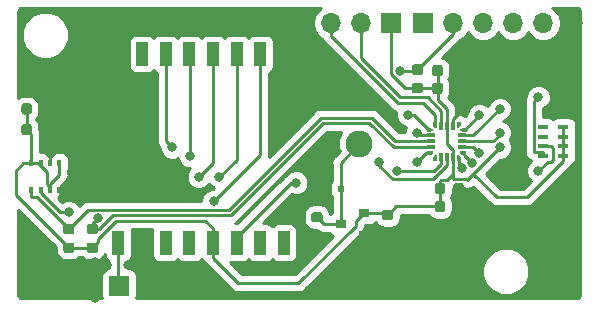
<source format=gbr>
G04 #@! TF.GenerationSoftware,KiCad,Pcbnew,(5.0.0)*
G04 #@! TF.CreationDate,2019-02-27T16:54:38+00:00*
G04 #@! TF.ProjectId,rain,7261696E2E6B696361645F7063620000,rev?*
G04 #@! TF.SameCoordinates,Original*
G04 #@! TF.FileFunction,Copper,L1,Top,Signal*
G04 #@! TF.FilePolarity,Positive*
%FSLAX46Y46*%
G04 Gerber Fmt 4.6, Leading zero omitted, Abs format (unit mm)*
G04 Created by KiCad (PCBNEW (5.0.0)) date 02/27/19 16:54:38*
%MOMM*%
%LPD*%
G01*
G04 APERTURE LIST*
G04 #@! TA.AperFunction,ComponentPad*
%ADD10C,2.290000*%
G04 #@! TD*
G04 #@! TA.AperFunction,Conductor*
%ADD11C,0.100000*%
G04 #@! TD*
G04 #@! TA.AperFunction,SMDPad,CuDef*
%ADD12C,0.875000*%
G04 #@! TD*
G04 #@! TA.AperFunction,SMDPad,CuDef*
%ADD13R,0.500000X0.500000*%
G04 #@! TD*
G04 #@! TA.AperFunction,ComponentPad*
%ADD14R,1.700000X1.700000*%
G04 #@! TD*
G04 #@! TA.AperFunction,ComponentPad*
%ADD15O,1.700000X1.700000*%
G04 #@! TD*
G04 #@! TA.AperFunction,SMDPad,CuDef*
%ADD16R,0.900000X0.400000*%
G04 #@! TD*
G04 #@! TA.AperFunction,SMDPad,CuDef*
%ADD17R,0.900000X0.800000*%
G04 #@! TD*
G04 #@! TA.AperFunction,SMDPad,CuDef*
%ADD18R,0.400000X0.550000*%
G04 #@! TD*
G04 #@! TA.AperFunction,SMDPad,CuDef*
%ADD19R,1.000000X2.000000*%
G04 #@! TD*
G04 #@! TA.AperFunction,SMDPad,CuDef*
%ADD20R,0.300000X0.350000*%
G04 #@! TD*
G04 #@! TA.AperFunction,SMDPad,CuDef*
%ADD21R,0.300000X0.700000*%
G04 #@! TD*
G04 #@! TA.AperFunction,SMDPad,CuDef*
%ADD22R,0.350000X0.300000*%
G04 #@! TD*
G04 #@! TA.AperFunction,SMDPad,CuDef*
%ADD23R,0.700000X0.300000*%
G04 #@! TD*
G04 #@! TA.AperFunction,SMDPad,CuDef*
%ADD24R,0.150000X0.150000*%
G04 #@! TD*
G04 #@! TA.AperFunction,SMDPad,CuDef*
%ADD25C,0.212000*%
G04 #@! TD*
G04 #@! TA.AperFunction,ViaPad*
%ADD26C,0.800000*%
G04 #@! TD*
G04 #@! TA.AperFunction,Conductor*
%ADD27C,0.250000*%
G04 #@! TD*
G04 #@! TA.AperFunction,Conductor*
%ADD28C,0.254000*%
G04 #@! TD*
G04 APERTURE END LIST*
D10*
G04 #@! TO.P,BT1,1*
G04 #@! TO.N,+VDC*
X125600000Y-88200000D03*
G04 #@! TO.P,BT1,2*
G04 #@! TO.N,GND*
X102740000Y-88200000D03*
G04 #@! TD*
D11*
G04 #@! TO.N,VDD*
G04 #@! TO.C,C1*
G36*
X97665191Y-86526053D02*
X97686426Y-86529203D01*
X97707250Y-86534419D01*
X97727462Y-86541651D01*
X97746868Y-86550830D01*
X97765281Y-86561866D01*
X97782524Y-86574654D01*
X97798430Y-86589070D01*
X97812846Y-86604976D01*
X97825634Y-86622219D01*
X97836670Y-86640632D01*
X97845849Y-86660038D01*
X97853081Y-86680250D01*
X97858297Y-86701074D01*
X97861447Y-86722309D01*
X97862500Y-86743750D01*
X97862500Y-87256250D01*
X97861447Y-87277691D01*
X97858297Y-87298926D01*
X97853081Y-87319750D01*
X97845849Y-87339962D01*
X97836670Y-87359368D01*
X97825634Y-87377781D01*
X97812846Y-87395024D01*
X97798430Y-87410930D01*
X97782524Y-87425346D01*
X97765281Y-87438134D01*
X97746868Y-87449170D01*
X97727462Y-87458349D01*
X97707250Y-87465581D01*
X97686426Y-87470797D01*
X97665191Y-87473947D01*
X97643750Y-87475000D01*
X97206250Y-87475000D01*
X97184809Y-87473947D01*
X97163574Y-87470797D01*
X97142750Y-87465581D01*
X97122538Y-87458349D01*
X97103132Y-87449170D01*
X97084719Y-87438134D01*
X97067476Y-87425346D01*
X97051570Y-87410930D01*
X97037154Y-87395024D01*
X97024366Y-87377781D01*
X97013330Y-87359368D01*
X97004151Y-87339962D01*
X96996919Y-87319750D01*
X96991703Y-87298926D01*
X96988553Y-87277691D01*
X96987500Y-87256250D01*
X96987500Y-86743750D01*
X96988553Y-86722309D01*
X96991703Y-86701074D01*
X96996919Y-86680250D01*
X97004151Y-86660038D01*
X97013330Y-86640632D01*
X97024366Y-86622219D01*
X97037154Y-86604976D01*
X97051570Y-86589070D01*
X97067476Y-86574654D01*
X97084719Y-86561866D01*
X97103132Y-86550830D01*
X97122538Y-86541651D01*
X97142750Y-86534419D01*
X97163574Y-86529203D01*
X97184809Y-86526053D01*
X97206250Y-86525000D01*
X97643750Y-86525000D01*
X97665191Y-86526053D01*
X97665191Y-86526053D01*
G37*
D12*
G04 #@! TD*
G04 #@! TO.P,C1,1*
G04 #@! TO.N,VDD*
X97425000Y-87000000D03*
D11*
G04 #@! TO.N,GND*
G04 #@! TO.C,C1*
G36*
X99240191Y-86526053D02*
X99261426Y-86529203D01*
X99282250Y-86534419D01*
X99302462Y-86541651D01*
X99321868Y-86550830D01*
X99340281Y-86561866D01*
X99357524Y-86574654D01*
X99373430Y-86589070D01*
X99387846Y-86604976D01*
X99400634Y-86622219D01*
X99411670Y-86640632D01*
X99420849Y-86660038D01*
X99428081Y-86680250D01*
X99433297Y-86701074D01*
X99436447Y-86722309D01*
X99437500Y-86743750D01*
X99437500Y-87256250D01*
X99436447Y-87277691D01*
X99433297Y-87298926D01*
X99428081Y-87319750D01*
X99420849Y-87339962D01*
X99411670Y-87359368D01*
X99400634Y-87377781D01*
X99387846Y-87395024D01*
X99373430Y-87410930D01*
X99357524Y-87425346D01*
X99340281Y-87438134D01*
X99321868Y-87449170D01*
X99302462Y-87458349D01*
X99282250Y-87465581D01*
X99261426Y-87470797D01*
X99240191Y-87473947D01*
X99218750Y-87475000D01*
X98781250Y-87475000D01*
X98759809Y-87473947D01*
X98738574Y-87470797D01*
X98717750Y-87465581D01*
X98697538Y-87458349D01*
X98678132Y-87449170D01*
X98659719Y-87438134D01*
X98642476Y-87425346D01*
X98626570Y-87410930D01*
X98612154Y-87395024D01*
X98599366Y-87377781D01*
X98588330Y-87359368D01*
X98579151Y-87339962D01*
X98571919Y-87319750D01*
X98566703Y-87298926D01*
X98563553Y-87277691D01*
X98562500Y-87256250D01*
X98562500Y-86743750D01*
X98563553Y-86722309D01*
X98566703Y-86701074D01*
X98571919Y-86680250D01*
X98579151Y-86660038D01*
X98588330Y-86640632D01*
X98599366Y-86622219D01*
X98612154Y-86604976D01*
X98626570Y-86589070D01*
X98642476Y-86574654D01*
X98659719Y-86561866D01*
X98678132Y-86550830D01*
X98697538Y-86541651D01*
X98717750Y-86534419D01*
X98738574Y-86529203D01*
X98759809Y-86526053D01*
X98781250Y-86525000D01*
X99218750Y-86525000D01*
X99240191Y-86526053D01*
X99240191Y-86526053D01*
G37*
D12*
G04 #@! TD*
G04 #@! TO.P,C1,2*
G04 #@! TO.N,GND*
X99000000Y-87000000D03*
D11*
G04 #@! TO.N,GND*
G04 #@! TO.C,C2*
G36*
X122277691Y-95563553D02*
X122298926Y-95566703D01*
X122319750Y-95571919D01*
X122339962Y-95579151D01*
X122359368Y-95588330D01*
X122377781Y-95599366D01*
X122395024Y-95612154D01*
X122410930Y-95626570D01*
X122425346Y-95642476D01*
X122438134Y-95659719D01*
X122449170Y-95678132D01*
X122458349Y-95697538D01*
X122465581Y-95717750D01*
X122470797Y-95738574D01*
X122473947Y-95759809D01*
X122475000Y-95781250D01*
X122475000Y-96218750D01*
X122473947Y-96240191D01*
X122470797Y-96261426D01*
X122465581Y-96282250D01*
X122458349Y-96302462D01*
X122449170Y-96321868D01*
X122438134Y-96340281D01*
X122425346Y-96357524D01*
X122410930Y-96373430D01*
X122395024Y-96387846D01*
X122377781Y-96400634D01*
X122359368Y-96411670D01*
X122339962Y-96420849D01*
X122319750Y-96428081D01*
X122298926Y-96433297D01*
X122277691Y-96436447D01*
X122256250Y-96437500D01*
X121743750Y-96437500D01*
X121722309Y-96436447D01*
X121701074Y-96433297D01*
X121680250Y-96428081D01*
X121660038Y-96420849D01*
X121640632Y-96411670D01*
X121622219Y-96400634D01*
X121604976Y-96387846D01*
X121589070Y-96373430D01*
X121574654Y-96357524D01*
X121561866Y-96340281D01*
X121550830Y-96321868D01*
X121541651Y-96302462D01*
X121534419Y-96282250D01*
X121529203Y-96261426D01*
X121526053Y-96240191D01*
X121525000Y-96218750D01*
X121525000Y-95781250D01*
X121526053Y-95759809D01*
X121529203Y-95738574D01*
X121534419Y-95717750D01*
X121541651Y-95697538D01*
X121550830Y-95678132D01*
X121561866Y-95659719D01*
X121574654Y-95642476D01*
X121589070Y-95626570D01*
X121604976Y-95612154D01*
X121622219Y-95599366D01*
X121640632Y-95588330D01*
X121660038Y-95579151D01*
X121680250Y-95571919D01*
X121701074Y-95566703D01*
X121722309Y-95563553D01*
X121743750Y-95562500D01*
X122256250Y-95562500D01*
X122277691Y-95563553D01*
X122277691Y-95563553D01*
G37*
D12*
G04 #@! TD*
G04 #@! TO.P,C2,2*
G04 #@! TO.N,GND*
X122000000Y-96000000D03*
D11*
G04 #@! TO.N,+VDC*
G04 #@! TO.C,C2*
G36*
X122277691Y-93988553D02*
X122298926Y-93991703D01*
X122319750Y-93996919D01*
X122339962Y-94004151D01*
X122359368Y-94013330D01*
X122377781Y-94024366D01*
X122395024Y-94037154D01*
X122410930Y-94051570D01*
X122425346Y-94067476D01*
X122438134Y-94084719D01*
X122449170Y-94103132D01*
X122458349Y-94122538D01*
X122465581Y-94142750D01*
X122470797Y-94163574D01*
X122473947Y-94184809D01*
X122475000Y-94206250D01*
X122475000Y-94643750D01*
X122473947Y-94665191D01*
X122470797Y-94686426D01*
X122465581Y-94707250D01*
X122458349Y-94727462D01*
X122449170Y-94746868D01*
X122438134Y-94765281D01*
X122425346Y-94782524D01*
X122410930Y-94798430D01*
X122395024Y-94812846D01*
X122377781Y-94825634D01*
X122359368Y-94836670D01*
X122339962Y-94845849D01*
X122319750Y-94853081D01*
X122298926Y-94858297D01*
X122277691Y-94861447D01*
X122256250Y-94862500D01*
X121743750Y-94862500D01*
X121722309Y-94861447D01*
X121701074Y-94858297D01*
X121680250Y-94853081D01*
X121660038Y-94845849D01*
X121640632Y-94836670D01*
X121622219Y-94825634D01*
X121604976Y-94812846D01*
X121589070Y-94798430D01*
X121574654Y-94782524D01*
X121561866Y-94765281D01*
X121550830Y-94746868D01*
X121541651Y-94727462D01*
X121534419Y-94707250D01*
X121529203Y-94686426D01*
X121526053Y-94665191D01*
X121525000Y-94643750D01*
X121525000Y-94206250D01*
X121526053Y-94184809D01*
X121529203Y-94163574D01*
X121534419Y-94142750D01*
X121541651Y-94122538D01*
X121550830Y-94103132D01*
X121561866Y-94084719D01*
X121574654Y-94067476D01*
X121589070Y-94051570D01*
X121604976Y-94037154D01*
X121622219Y-94024366D01*
X121640632Y-94013330D01*
X121660038Y-94004151D01*
X121680250Y-93996919D01*
X121701074Y-93991703D01*
X121722309Y-93988553D01*
X121743750Y-93987500D01*
X122256250Y-93987500D01*
X122277691Y-93988553D01*
X122277691Y-93988553D01*
G37*
D12*
G04 #@! TD*
G04 #@! TO.P,C2,1*
G04 #@! TO.N,+VDC*
X122000000Y-94425000D03*
D11*
G04 #@! TO.N,GND*
G04 #@! TO.C,C3*
G36*
X99240191Y-84776053D02*
X99261426Y-84779203D01*
X99282250Y-84784419D01*
X99302462Y-84791651D01*
X99321868Y-84800830D01*
X99340281Y-84811866D01*
X99357524Y-84824654D01*
X99373430Y-84839070D01*
X99387846Y-84854976D01*
X99400634Y-84872219D01*
X99411670Y-84890632D01*
X99420849Y-84910038D01*
X99428081Y-84930250D01*
X99433297Y-84951074D01*
X99436447Y-84972309D01*
X99437500Y-84993750D01*
X99437500Y-85506250D01*
X99436447Y-85527691D01*
X99433297Y-85548926D01*
X99428081Y-85569750D01*
X99420849Y-85589962D01*
X99411670Y-85609368D01*
X99400634Y-85627781D01*
X99387846Y-85645024D01*
X99373430Y-85660930D01*
X99357524Y-85675346D01*
X99340281Y-85688134D01*
X99321868Y-85699170D01*
X99302462Y-85708349D01*
X99282250Y-85715581D01*
X99261426Y-85720797D01*
X99240191Y-85723947D01*
X99218750Y-85725000D01*
X98781250Y-85725000D01*
X98759809Y-85723947D01*
X98738574Y-85720797D01*
X98717750Y-85715581D01*
X98697538Y-85708349D01*
X98678132Y-85699170D01*
X98659719Y-85688134D01*
X98642476Y-85675346D01*
X98626570Y-85660930D01*
X98612154Y-85645024D01*
X98599366Y-85627781D01*
X98588330Y-85609368D01*
X98579151Y-85589962D01*
X98571919Y-85569750D01*
X98566703Y-85548926D01*
X98563553Y-85527691D01*
X98562500Y-85506250D01*
X98562500Y-84993750D01*
X98563553Y-84972309D01*
X98566703Y-84951074D01*
X98571919Y-84930250D01*
X98579151Y-84910038D01*
X98588330Y-84890632D01*
X98599366Y-84872219D01*
X98612154Y-84854976D01*
X98626570Y-84839070D01*
X98642476Y-84824654D01*
X98659719Y-84811866D01*
X98678132Y-84800830D01*
X98697538Y-84791651D01*
X98717750Y-84784419D01*
X98738574Y-84779203D01*
X98759809Y-84776053D01*
X98781250Y-84775000D01*
X99218750Y-84775000D01*
X99240191Y-84776053D01*
X99240191Y-84776053D01*
G37*
D12*
G04 #@! TD*
G04 #@! TO.P,C3,2*
G04 #@! TO.N,GND*
X99000000Y-85250000D03*
D11*
G04 #@! TO.N,VDD*
G04 #@! TO.C,C3*
G36*
X97665191Y-84776053D02*
X97686426Y-84779203D01*
X97707250Y-84784419D01*
X97727462Y-84791651D01*
X97746868Y-84800830D01*
X97765281Y-84811866D01*
X97782524Y-84824654D01*
X97798430Y-84839070D01*
X97812846Y-84854976D01*
X97825634Y-84872219D01*
X97836670Y-84890632D01*
X97845849Y-84910038D01*
X97853081Y-84930250D01*
X97858297Y-84951074D01*
X97861447Y-84972309D01*
X97862500Y-84993750D01*
X97862500Y-85506250D01*
X97861447Y-85527691D01*
X97858297Y-85548926D01*
X97853081Y-85569750D01*
X97845849Y-85589962D01*
X97836670Y-85609368D01*
X97825634Y-85627781D01*
X97812846Y-85645024D01*
X97798430Y-85660930D01*
X97782524Y-85675346D01*
X97765281Y-85688134D01*
X97746868Y-85699170D01*
X97727462Y-85708349D01*
X97707250Y-85715581D01*
X97686426Y-85720797D01*
X97665191Y-85723947D01*
X97643750Y-85725000D01*
X97206250Y-85725000D01*
X97184809Y-85723947D01*
X97163574Y-85720797D01*
X97142750Y-85715581D01*
X97122538Y-85708349D01*
X97103132Y-85699170D01*
X97084719Y-85688134D01*
X97067476Y-85675346D01*
X97051570Y-85660930D01*
X97037154Y-85645024D01*
X97024366Y-85627781D01*
X97013330Y-85609368D01*
X97004151Y-85589962D01*
X96996919Y-85569750D01*
X96991703Y-85548926D01*
X96988553Y-85527691D01*
X96987500Y-85506250D01*
X96987500Y-84993750D01*
X96988553Y-84972309D01*
X96991703Y-84951074D01*
X96996919Y-84930250D01*
X97004151Y-84910038D01*
X97013330Y-84890632D01*
X97024366Y-84872219D01*
X97037154Y-84854976D01*
X97051570Y-84839070D01*
X97067476Y-84824654D01*
X97084719Y-84811866D01*
X97103132Y-84800830D01*
X97122538Y-84791651D01*
X97142750Y-84784419D01*
X97163574Y-84779203D01*
X97184809Y-84776053D01*
X97206250Y-84775000D01*
X97643750Y-84775000D01*
X97665191Y-84776053D01*
X97665191Y-84776053D01*
G37*
D12*
G04 #@! TD*
G04 #@! TO.P,C3,1*
G04 #@! TO.N,VDD*
X97425000Y-85250000D03*
D11*
G04 #@! TO.N,GND*
G04 #@! TO.C,C4*
G36*
X128277691Y-95351053D02*
X128298926Y-95354203D01*
X128319750Y-95359419D01*
X128339962Y-95366651D01*
X128359368Y-95375830D01*
X128377781Y-95386866D01*
X128395024Y-95399654D01*
X128410930Y-95414070D01*
X128425346Y-95429976D01*
X128438134Y-95447219D01*
X128449170Y-95465632D01*
X128458349Y-95485038D01*
X128465581Y-95505250D01*
X128470797Y-95526074D01*
X128473947Y-95547309D01*
X128475000Y-95568750D01*
X128475000Y-96006250D01*
X128473947Y-96027691D01*
X128470797Y-96048926D01*
X128465581Y-96069750D01*
X128458349Y-96089962D01*
X128449170Y-96109368D01*
X128438134Y-96127781D01*
X128425346Y-96145024D01*
X128410930Y-96160930D01*
X128395024Y-96175346D01*
X128377781Y-96188134D01*
X128359368Y-96199170D01*
X128339962Y-96208349D01*
X128319750Y-96215581D01*
X128298926Y-96220797D01*
X128277691Y-96223947D01*
X128256250Y-96225000D01*
X127743750Y-96225000D01*
X127722309Y-96223947D01*
X127701074Y-96220797D01*
X127680250Y-96215581D01*
X127660038Y-96208349D01*
X127640632Y-96199170D01*
X127622219Y-96188134D01*
X127604976Y-96175346D01*
X127589070Y-96160930D01*
X127574654Y-96145024D01*
X127561866Y-96127781D01*
X127550830Y-96109368D01*
X127541651Y-96089962D01*
X127534419Y-96069750D01*
X127529203Y-96048926D01*
X127526053Y-96027691D01*
X127525000Y-96006250D01*
X127525000Y-95568750D01*
X127526053Y-95547309D01*
X127529203Y-95526074D01*
X127534419Y-95505250D01*
X127541651Y-95485038D01*
X127550830Y-95465632D01*
X127561866Y-95447219D01*
X127574654Y-95429976D01*
X127589070Y-95414070D01*
X127604976Y-95399654D01*
X127622219Y-95386866D01*
X127640632Y-95375830D01*
X127660038Y-95366651D01*
X127680250Y-95359419D01*
X127701074Y-95354203D01*
X127722309Y-95351053D01*
X127743750Y-95350000D01*
X128256250Y-95350000D01*
X128277691Y-95351053D01*
X128277691Y-95351053D01*
G37*
D12*
G04 #@! TD*
G04 #@! TO.P,C4,2*
G04 #@! TO.N,GND*
X128000000Y-95787500D03*
D11*
G04 #@! TO.N,VDD*
G04 #@! TO.C,C4*
G36*
X128277691Y-93776053D02*
X128298926Y-93779203D01*
X128319750Y-93784419D01*
X128339962Y-93791651D01*
X128359368Y-93800830D01*
X128377781Y-93811866D01*
X128395024Y-93824654D01*
X128410930Y-93839070D01*
X128425346Y-93854976D01*
X128438134Y-93872219D01*
X128449170Y-93890632D01*
X128458349Y-93910038D01*
X128465581Y-93930250D01*
X128470797Y-93951074D01*
X128473947Y-93972309D01*
X128475000Y-93993750D01*
X128475000Y-94431250D01*
X128473947Y-94452691D01*
X128470797Y-94473926D01*
X128465581Y-94494750D01*
X128458349Y-94514962D01*
X128449170Y-94534368D01*
X128438134Y-94552781D01*
X128425346Y-94570024D01*
X128410930Y-94585930D01*
X128395024Y-94600346D01*
X128377781Y-94613134D01*
X128359368Y-94624170D01*
X128339962Y-94633349D01*
X128319750Y-94640581D01*
X128298926Y-94645797D01*
X128277691Y-94648947D01*
X128256250Y-94650000D01*
X127743750Y-94650000D01*
X127722309Y-94648947D01*
X127701074Y-94645797D01*
X127680250Y-94640581D01*
X127660038Y-94633349D01*
X127640632Y-94624170D01*
X127622219Y-94613134D01*
X127604976Y-94600346D01*
X127589070Y-94585930D01*
X127574654Y-94570024D01*
X127561866Y-94552781D01*
X127550830Y-94534368D01*
X127541651Y-94514962D01*
X127534419Y-94494750D01*
X127529203Y-94473926D01*
X127526053Y-94452691D01*
X127525000Y-94431250D01*
X127525000Y-93993750D01*
X127526053Y-93972309D01*
X127529203Y-93951074D01*
X127534419Y-93930250D01*
X127541651Y-93910038D01*
X127550830Y-93890632D01*
X127561866Y-93872219D01*
X127574654Y-93854976D01*
X127589070Y-93839070D01*
X127604976Y-93824654D01*
X127622219Y-93811866D01*
X127640632Y-93800830D01*
X127660038Y-93791651D01*
X127680250Y-93784419D01*
X127701074Y-93779203D01*
X127722309Y-93776053D01*
X127743750Y-93775000D01*
X128256250Y-93775000D01*
X128277691Y-93776053D01*
X128277691Y-93776053D01*
G37*
D12*
G04 #@! TD*
G04 #@! TO.P,C4,1*
G04 #@! TO.N,VDD*
X128000000Y-94212500D03*
D11*
G04 #@! TO.N,VDD*
G04 #@! TO.C,C5*
G36*
X132665191Y-93026053D02*
X132686426Y-93029203D01*
X132707250Y-93034419D01*
X132727462Y-93041651D01*
X132746868Y-93050830D01*
X132765281Y-93061866D01*
X132782524Y-93074654D01*
X132798430Y-93089070D01*
X132812846Y-93104976D01*
X132825634Y-93122219D01*
X132836670Y-93140632D01*
X132845849Y-93160038D01*
X132853081Y-93180250D01*
X132858297Y-93201074D01*
X132861447Y-93222309D01*
X132862500Y-93243750D01*
X132862500Y-93756250D01*
X132861447Y-93777691D01*
X132858297Y-93798926D01*
X132853081Y-93819750D01*
X132845849Y-93839962D01*
X132836670Y-93859368D01*
X132825634Y-93877781D01*
X132812846Y-93895024D01*
X132798430Y-93910930D01*
X132782524Y-93925346D01*
X132765281Y-93938134D01*
X132746868Y-93949170D01*
X132727462Y-93958349D01*
X132707250Y-93965581D01*
X132686426Y-93970797D01*
X132665191Y-93973947D01*
X132643750Y-93975000D01*
X132206250Y-93975000D01*
X132184809Y-93973947D01*
X132163574Y-93970797D01*
X132142750Y-93965581D01*
X132122538Y-93958349D01*
X132103132Y-93949170D01*
X132084719Y-93938134D01*
X132067476Y-93925346D01*
X132051570Y-93910930D01*
X132037154Y-93895024D01*
X132024366Y-93877781D01*
X132013330Y-93859368D01*
X132004151Y-93839962D01*
X131996919Y-93819750D01*
X131991703Y-93798926D01*
X131988553Y-93777691D01*
X131987500Y-93756250D01*
X131987500Y-93243750D01*
X131988553Y-93222309D01*
X131991703Y-93201074D01*
X131996919Y-93180250D01*
X132004151Y-93160038D01*
X132013330Y-93140632D01*
X132024366Y-93122219D01*
X132037154Y-93104976D01*
X132051570Y-93089070D01*
X132067476Y-93074654D01*
X132084719Y-93061866D01*
X132103132Y-93050830D01*
X132122538Y-93041651D01*
X132142750Y-93034419D01*
X132163574Y-93029203D01*
X132184809Y-93026053D01*
X132206250Y-93025000D01*
X132643750Y-93025000D01*
X132665191Y-93026053D01*
X132665191Y-93026053D01*
G37*
D12*
G04 #@! TD*
G04 #@! TO.P,C5,1*
G04 #@! TO.N,VDD*
X132425000Y-93500000D03*
D11*
G04 #@! TO.N,GND*
G04 #@! TO.C,C5*
G36*
X134240191Y-93026053D02*
X134261426Y-93029203D01*
X134282250Y-93034419D01*
X134302462Y-93041651D01*
X134321868Y-93050830D01*
X134340281Y-93061866D01*
X134357524Y-93074654D01*
X134373430Y-93089070D01*
X134387846Y-93104976D01*
X134400634Y-93122219D01*
X134411670Y-93140632D01*
X134420849Y-93160038D01*
X134428081Y-93180250D01*
X134433297Y-93201074D01*
X134436447Y-93222309D01*
X134437500Y-93243750D01*
X134437500Y-93756250D01*
X134436447Y-93777691D01*
X134433297Y-93798926D01*
X134428081Y-93819750D01*
X134420849Y-93839962D01*
X134411670Y-93859368D01*
X134400634Y-93877781D01*
X134387846Y-93895024D01*
X134373430Y-93910930D01*
X134357524Y-93925346D01*
X134340281Y-93938134D01*
X134321868Y-93949170D01*
X134302462Y-93958349D01*
X134282250Y-93965581D01*
X134261426Y-93970797D01*
X134240191Y-93973947D01*
X134218750Y-93975000D01*
X133781250Y-93975000D01*
X133759809Y-93973947D01*
X133738574Y-93970797D01*
X133717750Y-93965581D01*
X133697538Y-93958349D01*
X133678132Y-93949170D01*
X133659719Y-93938134D01*
X133642476Y-93925346D01*
X133626570Y-93910930D01*
X133612154Y-93895024D01*
X133599366Y-93877781D01*
X133588330Y-93859368D01*
X133579151Y-93839962D01*
X133571919Y-93819750D01*
X133566703Y-93798926D01*
X133563553Y-93777691D01*
X133562500Y-93756250D01*
X133562500Y-93243750D01*
X133563553Y-93222309D01*
X133566703Y-93201074D01*
X133571919Y-93180250D01*
X133579151Y-93160038D01*
X133588330Y-93140632D01*
X133599366Y-93122219D01*
X133612154Y-93104976D01*
X133626570Y-93089070D01*
X133642476Y-93074654D01*
X133659719Y-93061866D01*
X133678132Y-93050830D01*
X133697538Y-93041651D01*
X133717750Y-93034419D01*
X133738574Y-93029203D01*
X133759809Y-93026053D01*
X133781250Y-93025000D01*
X134218750Y-93025000D01*
X134240191Y-93026053D01*
X134240191Y-93026053D01*
G37*
D12*
G04 #@! TD*
G04 #@! TO.P,C5,2*
G04 #@! TO.N,GND*
X134000000Y-93500000D03*
D11*
G04 #@! TO.N,VDD*
G04 #@! TO.C,C6*
G36*
X132665191Y-91526053D02*
X132686426Y-91529203D01*
X132707250Y-91534419D01*
X132727462Y-91541651D01*
X132746868Y-91550830D01*
X132765281Y-91561866D01*
X132782524Y-91574654D01*
X132798430Y-91589070D01*
X132812846Y-91604976D01*
X132825634Y-91622219D01*
X132836670Y-91640632D01*
X132845849Y-91660038D01*
X132853081Y-91680250D01*
X132858297Y-91701074D01*
X132861447Y-91722309D01*
X132862500Y-91743750D01*
X132862500Y-92256250D01*
X132861447Y-92277691D01*
X132858297Y-92298926D01*
X132853081Y-92319750D01*
X132845849Y-92339962D01*
X132836670Y-92359368D01*
X132825634Y-92377781D01*
X132812846Y-92395024D01*
X132798430Y-92410930D01*
X132782524Y-92425346D01*
X132765281Y-92438134D01*
X132746868Y-92449170D01*
X132727462Y-92458349D01*
X132707250Y-92465581D01*
X132686426Y-92470797D01*
X132665191Y-92473947D01*
X132643750Y-92475000D01*
X132206250Y-92475000D01*
X132184809Y-92473947D01*
X132163574Y-92470797D01*
X132142750Y-92465581D01*
X132122538Y-92458349D01*
X132103132Y-92449170D01*
X132084719Y-92438134D01*
X132067476Y-92425346D01*
X132051570Y-92410930D01*
X132037154Y-92395024D01*
X132024366Y-92377781D01*
X132013330Y-92359368D01*
X132004151Y-92339962D01*
X131996919Y-92319750D01*
X131991703Y-92298926D01*
X131988553Y-92277691D01*
X131987500Y-92256250D01*
X131987500Y-91743750D01*
X131988553Y-91722309D01*
X131991703Y-91701074D01*
X131996919Y-91680250D01*
X132004151Y-91660038D01*
X132013330Y-91640632D01*
X132024366Y-91622219D01*
X132037154Y-91604976D01*
X132051570Y-91589070D01*
X132067476Y-91574654D01*
X132084719Y-91561866D01*
X132103132Y-91550830D01*
X132122538Y-91541651D01*
X132142750Y-91534419D01*
X132163574Y-91529203D01*
X132184809Y-91526053D01*
X132206250Y-91525000D01*
X132643750Y-91525000D01*
X132665191Y-91526053D01*
X132665191Y-91526053D01*
G37*
D12*
G04 #@! TD*
G04 #@! TO.P,C6,1*
G04 #@! TO.N,VDD*
X132425000Y-92000000D03*
D11*
G04 #@! TO.N,GND*
G04 #@! TO.C,C6*
G36*
X134240191Y-91526053D02*
X134261426Y-91529203D01*
X134282250Y-91534419D01*
X134302462Y-91541651D01*
X134321868Y-91550830D01*
X134340281Y-91561866D01*
X134357524Y-91574654D01*
X134373430Y-91589070D01*
X134387846Y-91604976D01*
X134400634Y-91622219D01*
X134411670Y-91640632D01*
X134420849Y-91660038D01*
X134428081Y-91680250D01*
X134433297Y-91701074D01*
X134436447Y-91722309D01*
X134437500Y-91743750D01*
X134437500Y-92256250D01*
X134436447Y-92277691D01*
X134433297Y-92298926D01*
X134428081Y-92319750D01*
X134420849Y-92339962D01*
X134411670Y-92359368D01*
X134400634Y-92377781D01*
X134387846Y-92395024D01*
X134373430Y-92410930D01*
X134357524Y-92425346D01*
X134340281Y-92438134D01*
X134321868Y-92449170D01*
X134302462Y-92458349D01*
X134282250Y-92465581D01*
X134261426Y-92470797D01*
X134240191Y-92473947D01*
X134218750Y-92475000D01*
X133781250Y-92475000D01*
X133759809Y-92473947D01*
X133738574Y-92470797D01*
X133717750Y-92465581D01*
X133697538Y-92458349D01*
X133678132Y-92449170D01*
X133659719Y-92438134D01*
X133642476Y-92425346D01*
X133626570Y-92410930D01*
X133612154Y-92395024D01*
X133599366Y-92377781D01*
X133588330Y-92359368D01*
X133579151Y-92339962D01*
X133571919Y-92319750D01*
X133566703Y-92298926D01*
X133563553Y-92277691D01*
X133562500Y-92256250D01*
X133562500Y-91743750D01*
X133563553Y-91722309D01*
X133566703Y-91701074D01*
X133571919Y-91680250D01*
X133579151Y-91660038D01*
X133588330Y-91640632D01*
X133599366Y-91622219D01*
X133612154Y-91604976D01*
X133626570Y-91589070D01*
X133642476Y-91574654D01*
X133659719Y-91561866D01*
X133678132Y-91550830D01*
X133697538Y-91541651D01*
X133717750Y-91534419D01*
X133738574Y-91529203D01*
X133759809Y-91526053D01*
X133781250Y-91525000D01*
X134218750Y-91525000D01*
X134240191Y-91526053D01*
X134240191Y-91526053D01*
G37*
D12*
G04 #@! TD*
G04 #@! TO.P,C6,2*
G04 #@! TO.N,GND*
X134000000Y-92000000D03*
D11*
G04 #@! TO.N,VDD*
G04 #@! TO.C,C7*
G36*
X132452691Y-83026053D02*
X132473926Y-83029203D01*
X132494750Y-83034419D01*
X132514962Y-83041651D01*
X132534368Y-83050830D01*
X132552781Y-83061866D01*
X132570024Y-83074654D01*
X132585930Y-83089070D01*
X132600346Y-83104976D01*
X132613134Y-83122219D01*
X132624170Y-83140632D01*
X132633349Y-83160038D01*
X132640581Y-83180250D01*
X132645797Y-83201074D01*
X132648947Y-83222309D01*
X132650000Y-83243750D01*
X132650000Y-83756250D01*
X132648947Y-83777691D01*
X132645797Y-83798926D01*
X132640581Y-83819750D01*
X132633349Y-83839962D01*
X132624170Y-83859368D01*
X132613134Y-83877781D01*
X132600346Y-83895024D01*
X132585930Y-83910930D01*
X132570024Y-83925346D01*
X132552781Y-83938134D01*
X132534368Y-83949170D01*
X132514962Y-83958349D01*
X132494750Y-83965581D01*
X132473926Y-83970797D01*
X132452691Y-83973947D01*
X132431250Y-83975000D01*
X131993750Y-83975000D01*
X131972309Y-83973947D01*
X131951074Y-83970797D01*
X131930250Y-83965581D01*
X131910038Y-83958349D01*
X131890632Y-83949170D01*
X131872219Y-83938134D01*
X131854976Y-83925346D01*
X131839070Y-83910930D01*
X131824654Y-83895024D01*
X131811866Y-83877781D01*
X131800830Y-83859368D01*
X131791651Y-83839962D01*
X131784419Y-83819750D01*
X131779203Y-83798926D01*
X131776053Y-83777691D01*
X131775000Y-83756250D01*
X131775000Y-83243750D01*
X131776053Y-83222309D01*
X131779203Y-83201074D01*
X131784419Y-83180250D01*
X131791651Y-83160038D01*
X131800830Y-83140632D01*
X131811866Y-83122219D01*
X131824654Y-83104976D01*
X131839070Y-83089070D01*
X131854976Y-83074654D01*
X131872219Y-83061866D01*
X131890632Y-83050830D01*
X131910038Y-83041651D01*
X131930250Y-83034419D01*
X131951074Y-83029203D01*
X131972309Y-83026053D01*
X131993750Y-83025000D01*
X132431250Y-83025000D01*
X132452691Y-83026053D01*
X132452691Y-83026053D01*
G37*
D12*
G04 #@! TD*
G04 #@! TO.P,C7,1*
G04 #@! TO.N,VDD*
X132212500Y-83500000D03*
D11*
G04 #@! TO.N,GND*
G04 #@! TO.C,C7*
G36*
X134027691Y-83026053D02*
X134048926Y-83029203D01*
X134069750Y-83034419D01*
X134089962Y-83041651D01*
X134109368Y-83050830D01*
X134127781Y-83061866D01*
X134145024Y-83074654D01*
X134160930Y-83089070D01*
X134175346Y-83104976D01*
X134188134Y-83122219D01*
X134199170Y-83140632D01*
X134208349Y-83160038D01*
X134215581Y-83180250D01*
X134220797Y-83201074D01*
X134223947Y-83222309D01*
X134225000Y-83243750D01*
X134225000Y-83756250D01*
X134223947Y-83777691D01*
X134220797Y-83798926D01*
X134215581Y-83819750D01*
X134208349Y-83839962D01*
X134199170Y-83859368D01*
X134188134Y-83877781D01*
X134175346Y-83895024D01*
X134160930Y-83910930D01*
X134145024Y-83925346D01*
X134127781Y-83938134D01*
X134109368Y-83949170D01*
X134089962Y-83958349D01*
X134069750Y-83965581D01*
X134048926Y-83970797D01*
X134027691Y-83973947D01*
X134006250Y-83975000D01*
X133568750Y-83975000D01*
X133547309Y-83973947D01*
X133526074Y-83970797D01*
X133505250Y-83965581D01*
X133485038Y-83958349D01*
X133465632Y-83949170D01*
X133447219Y-83938134D01*
X133429976Y-83925346D01*
X133414070Y-83910930D01*
X133399654Y-83895024D01*
X133386866Y-83877781D01*
X133375830Y-83859368D01*
X133366651Y-83839962D01*
X133359419Y-83819750D01*
X133354203Y-83798926D01*
X133351053Y-83777691D01*
X133350000Y-83756250D01*
X133350000Y-83243750D01*
X133351053Y-83222309D01*
X133354203Y-83201074D01*
X133359419Y-83180250D01*
X133366651Y-83160038D01*
X133375830Y-83140632D01*
X133386866Y-83122219D01*
X133399654Y-83104976D01*
X133414070Y-83089070D01*
X133429976Y-83074654D01*
X133447219Y-83061866D01*
X133465632Y-83050830D01*
X133485038Y-83041651D01*
X133505250Y-83034419D01*
X133526074Y-83029203D01*
X133547309Y-83026053D01*
X133568750Y-83025000D01*
X134006250Y-83025000D01*
X134027691Y-83026053D01*
X134027691Y-83026053D01*
G37*
D12*
G04 #@! TD*
G04 #@! TO.P,C7,2*
G04 #@! TO.N,GND*
X133787500Y-83500000D03*
D11*
G04 #@! TO.N,GND*
G04 #@! TO.C,C8*
G36*
X134027691Y-81526053D02*
X134048926Y-81529203D01*
X134069750Y-81534419D01*
X134089962Y-81541651D01*
X134109368Y-81550830D01*
X134127781Y-81561866D01*
X134145024Y-81574654D01*
X134160930Y-81589070D01*
X134175346Y-81604976D01*
X134188134Y-81622219D01*
X134199170Y-81640632D01*
X134208349Y-81660038D01*
X134215581Y-81680250D01*
X134220797Y-81701074D01*
X134223947Y-81722309D01*
X134225000Y-81743750D01*
X134225000Y-82256250D01*
X134223947Y-82277691D01*
X134220797Y-82298926D01*
X134215581Y-82319750D01*
X134208349Y-82339962D01*
X134199170Y-82359368D01*
X134188134Y-82377781D01*
X134175346Y-82395024D01*
X134160930Y-82410930D01*
X134145024Y-82425346D01*
X134127781Y-82438134D01*
X134109368Y-82449170D01*
X134089962Y-82458349D01*
X134069750Y-82465581D01*
X134048926Y-82470797D01*
X134027691Y-82473947D01*
X134006250Y-82475000D01*
X133568750Y-82475000D01*
X133547309Y-82473947D01*
X133526074Y-82470797D01*
X133505250Y-82465581D01*
X133485038Y-82458349D01*
X133465632Y-82449170D01*
X133447219Y-82438134D01*
X133429976Y-82425346D01*
X133414070Y-82410930D01*
X133399654Y-82395024D01*
X133386866Y-82377781D01*
X133375830Y-82359368D01*
X133366651Y-82339962D01*
X133359419Y-82319750D01*
X133354203Y-82298926D01*
X133351053Y-82277691D01*
X133350000Y-82256250D01*
X133350000Y-81743750D01*
X133351053Y-81722309D01*
X133354203Y-81701074D01*
X133359419Y-81680250D01*
X133366651Y-81660038D01*
X133375830Y-81640632D01*
X133386866Y-81622219D01*
X133399654Y-81604976D01*
X133414070Y-81589070D01*
X133429976Y-81574654D01*
X133447219Y-81561866D01*
X133465632Y-81550830D01*
X133485038Y-81541651D01*
X133505250Y-81534419D01*
X133526074Y-81529203D01*
X133547309Y-81526053D01*
X133568750Y-81525000D01*
X134006250Y-81525000D01*
X134027691Y-81526053D01*
X134027691Y-81526053D01*
G37*
D12*
G04 #@! TD*
G04 #@! TO.P,C8,2*
G04 #@! TO.N,GND*
X133787500Y-82000000D03*
D11*
G04 #@! TO.N,VDD*
G04 #@! TO.C,C8*
G36*
X132452691Y-81526053D02*
X132473926Y-81529203D01*
X132494750Y-81534419D01*
X132514962Y-81541651D01*
X132534368Y-81550830D01*
X132552781Y-81561866D01*
X132570024Y-81574654D01*
X132585930Y-81589070D01*
X132600346Y-81604976D01*
X132613134Y-81622219D01*
X132624170Y-81640632D01*
X132633349Y-81660038D01*
X132640581Y-81680250D01*
X132645797Y-81701074D01*
X132648947Y-81722309D01*
X132650000Y-81743750D01*
X132650000Y-82256250D01*
X132648947Y-82277691D01*
X132645797Y-82298926D01*
X132640581Y-82319750D01*
X132633349Y-82339962D01*
X132624170Y-82359368D01*
X132613134Y-82377781D01*
X132600346Y-82395024D01*
X132585930Y-82410930D01*
X132570024Y-82425346D01*
X132552781Y-82438134D01*
X132534368Y-82449170D01*
X132514962Y-82458349D01*
X132494750Y-82465581D01*
X132473926Y-82470797D01*
X132452691Y-82473947D01*
X132431250Y-82475000D01*
X131993750Y-82475000D01*
X131972309Y-82473947D01*
X131951074Y-82470797D01*
X131930250Y-82465581D01*
X131910038Y-82458349D01*
X131890632Y-82449170D01*
X131872219Y-82438134D01*
X131854976Y-82425346D01*
X131839070Y-82410930D01*
X131824654Y-82395024D01*
X131811866Y-82377781D01*
X131800830Y-82359368D01*
X131791651Y-82339962D01*
X131784419Y-82319750D01*
X131779203Y-82298926D01*
X131776053Y-82277691D01*
X131775000Y-82256250D01*
X131775000Y-81743750D01*
X131776053Y-81722309D01*
X131779203Y-81701074D01*
X131784419Y-81680250D01*
X131791651Y-81660038D01*
X131800830Y-81640632D01*
X131811866Y-81622219D01*
X131824654Y-81604976D01*
X131839070Y-81589070D01*
X131854976Y-81574654D01*
X131872219Y-81561866D01*
X131890632Y-81550830D01*
X131910038Y-81541651D01*
X131930250Y-81534419D01*
X131951074Y-81529203D01*
X131972309Y-81526053D01*
X131993750Y-81525000D01*
X132431250Y-81525000D01*
X132452691Y-81526053D01*
X132452691Y-81526053D01*
G37*
D12*
G04 #@! TD*
G04 #@! TO.P,C8,1*
G04 #@! TO.N,VDD*
X132212500Y-82000000D03*
D13*
G04 #@! TO.P,D1,1*
G04 #@! TO.N,+VDC*
X124000000Y-92000000D03*
G04 #@! TO.P,D1,2*
G04 #@! TO.N,GND*
X121800000Y-92000000D03*
G04 #@! TD*
D14*
G04 #@! TO.P,J1,1*
G04 #@! TO.N,+VDC*
X131000000Y-78000000D03*
D15*
G04 #@! TO.P,J1,2*
G04 #@! TO.N,/MCU_RESET*
X133540000Y-78000000D03*
G04 #@! TO.P,J1,3*
G04 #@! TO.N,/BOOT0*
X136080000Y-78000000D03*
G04 #@! TO.P,J1,4*
G04 #@! TO.N,/SWDIO*
X138620000Y-78000000D03*
G04 #@! TO.P,J1,5*
G04 #@! TO.N,/SWCLK*
X141160000Y-78000000D03*
G04 #@! TO.P,J1,6*
G04 #@! TO.N,GND*
X143700000Y-78000000D03*
G04 #@! TD*
D14*
G04 #@! TO.P,J3,1*
G04 #@! TO.N,VDD*
X128250000Y-78000000D03*
D15*
G04 #@! TO.P,J3,2*
G04 #@! TO.N,/UART2_TX*
X125710000Y-78000000D03*
G04 #@! TO.P,J3,3*
G04 #@! TO.N,/UART2_RX*
X123170000Y-78000000D03*
G04 #@! TO.P,J3,4*
G04 #@! TO.N,GND*
X120630000Y-78000000D03*
G04 #@! TD*
D11*
G04 #@! TO.N,VDD*
G04 #@! TO.C,R1*
G36*
X103277691Y-96563553D02*
X103298926Y-96566703D01*
X103319750Y-96571919D01*
X103339962Y-96579151D01*
X103359368Y-96588330D01*
X103377781Y-96599366D01*
X103395024Y-96612154D01*
X103410930Y-96626570D01*
X103425346Y-96642476D01*
X103438134Y-96659719D01*
X103449170Y-96678132D01*
X103458349Y-96697538D01*
X103465581Y-96717750D01*
X103470797Y-96738574D01*
X103473947Y-96759809D01*
X103475000Y-96781250D01*
X103475000Y-97218750D01*
X103473947Y-97240191D01*
X103470797Y-97261426D01*
X103465581Y-97282250D01*
X103458349Y-97302462D01*
X103449170Y-97321868D01*
X103438134Y-97340281D01*
X103425346Y-97357524D01*
X103410930Y-97373430D01*
X103395024Y-97387846D01*
X103377781Y-97400634D01*
X103359368Y-97411670D01*
X103339962Y-97420849D01*
X103319750Y-97428081D01*
X103298926Y-97433297D01*
X103277691Y-97436447D01*
X103256250Y-97437500D01*
X102743750Y-97437500D01*
X102722309Y-97436447D01*
X102701074Y-97433297D01*
X102680250Y-97428081D01*
X102660038Y-97420849D01*
X102640632Y-97411670D01*
X102622219Y-97400634D01*
X102604976Y-97387846D01*
X102589070Y-97373430D01*
X102574654Y-97357524D01*
X102561866Y-97340281D01*
X102550830Y-97321868D01*
X102541651Y-97302462D01*
X102534419Y-97282250D01*
X102529203Y-97261426D01*
X102526053Y-97240191D01*
X102525000Y-97218750D01*
X102525000Y-96781250D01*
X102526053Y-96759809D01*
X102529203Y-96738574D01*
X102534419Y-96717750D01*
X102541651Y-96697538D01*
X102550830Y-96678132D01*
X102561866Y-96659719D01*
X102574654Y-96642476D01*
X102589070Y-96626570D01*
X102604976Y-96612154D01*
X102622219Y-96599366D01*
X102640632Y-96588330D01*
X102660038Y-96579151D01*
X102680250Y-96571919D01*
X102701074Y-96566703D01*
X102722309Y-96563553D01*
X102743750Y-96562500D01*
X103256250Y-96562500D01*
X103277691Y-96563553D01*
X103277691Y-96563553D01*
G37*
D12*
G04 #@! TD*
G04 #@! TO.P,R1,1*
G04 #@! TO.N,VDD*
X103000000Y-97000000D03*
D11*
G04 #@! TO.N,/I2C1_SDA*
G04 #@! TO.C,R1*
G36*
X103277691Y-94988553D02*
X103298926Y-94991703D01*
X103319750Y-94996919D01*
X103339962Y-95004151D01*
X103359368Y-95013330D01*
X103377781Y-95024366D01*
X103395024Y-95037154D01*
X103410930Y-95051570D01*
X103425346Y-95067476D01*
X103438134Y-95084719D01*
X103449170Y-95103132D01*
X103458349Y-95122538D01*
X103465581Y-95142750D01*
X103470797Y-95163574D01*
X103473947Y-95184809D01*
X103475000Y-95206250D01*
X103475000Y-95643750D01*
X103473947Y-95665191D01*
X103470797Y-95686426D01*
X103465581Y-95707250D01*
X103458349Y-95727462D01*
X103449170Y-95746868D01*
X103438134Y-95765281D01*
X103425346Y-95782524D01*
X103410930Y-95798430D01*
X103395024Y-95812846D01*
X103377781Y-95825634D01*
X103359368Y-95836670D01*
X103339962Y-95845849D01*
X103319750Y-95853081D01*
X103298926Y-95858297D01*
X103277691Y-95861447D01*
X103256250Y-95862500D01*
X102743750Y-95862500D01*
X102722309Y-95861447D01*
X102701074Y-95858297D01*
X102680250Y-95853081D01*
X102660038Y-95845849D01*
X102640632Y-95836670D01*
X102622219Y-95825634D01*
X102604976Y-95812846D01*
X102589070Y-95798430D01*
X102574654Y-95782524D01*
X102561866Y-95765281D01*
X102550830Y-95746868D01*
X102541651Y-95727462D01*
X102534419Y-95707250D01*
X102529203Y-95686426D01*
X102526053Y-95665191D01*
X102525000Y-95643750D01*
X102525000Y-95206250D01*
X102526053Y-95184809D01*
X102529203Y-95163574D01*
X102534419Y-95142750D01*
X102541651Y-95122538D01*
X102550830Y-95103132D01*
X102561866Y-95084719D01*
X102574654Y-95067476D01*
X102589070Y-95051570D01*
X102604976Y-95037154D01*
X102622219Y-95024366D01*
X102640632Y-95013330D01*
X102660038Y-95004151D01*
X102680250Y-94996919D01*
X102701074Y-94991703D01*
X102722309Y-94988553D01*
X102743750Y-94987500D01*
X103256250Y-94987500D01*
X103277691Y-94988553D01*
X103277691Y-94988553D01*
G37*
D12*
G04 #@! TD*
G04 #@! TO.P,R1,2*
G04 #@! TO.N,/I2C1_SDA*
X103000000Y-95425000D03*
D11*
G04 #@! TO.N,/I2C1_SCL*
G04 #@! TO.C,R2*
G36*
X101277691Y-94988553D02*
X101298926Y-94991703D01*
X101319750Y-94996919D01*
X101339962Y-95004151D01*
X101359368Y-95013330D01*
X101377781Y-95024366D01*
X101395024Y-95037154D01*
X101410930Y-95051570D01*
X101425346Y-95067476D01*
X101438134Y-95084719D01*
X101449170Y-95103132D01*
X101458349Y-95122538D01*
X101465581Y-95142750D01*
X101470797Y-95163574D01*
X101473947Y-95184809D01*
X101475000Y-95206250D01*
X101475000Y-95643750D01*
X101473947Y-95665191D01*
X101470797Y-95686426D01*
X101465581Y-95707250D01*
X101458349Y-95727462D01*
X101449170Y-95746868D01*
X101438134Y-95765281D01*
X101425346Y-95782524D01*
X101410930Y-95798430D01*
X101395024Y-95812846D01*
X101377781Y-95825634D01*
X101359368Y-95836670D01*
X101339962Y-95845849D01*
X101319750Y-95853081D01*
X101298926Y-95858297D01*
X101277691Y-95861447D01*
X101256250Y-95862500D01*
X100743750Y-95862500D01*
X100722309Y-95861447D01*
X100701074Y-95858297D01*
X100680250Y-95853081D01*
X100660038Y-95845849D01*
X100640632Y-95836670D01*
X100622219Y-95825634D01*
X100604976Y-95812846D01*
X100589070Y-95798430D01*
X100574654Y-95782524D01*
X100561866Y-95765281D01*
X100550830Y-95746868D01*
X100541651Y-95727462D01*
X100534419Y-95707250D01*
X100529203Y-95686426D01*
X100526053Y-95665191D01*
X100525000Y-95643750D01*
X100525000Y-95206250D01*
X100526053Y-95184809D01*
X100529203Y-95163574D01*
X100534419Y-95142750D01*
X100541651Y-95122538D01*
X100550830Y-95103132D01*
X100561866Y-95084719D01*
X100574654Y-95067476D01*
X100589070Y-95051570D01*
X100604976Y-95037154D01*
X100622219Y-95024366D01*
X100640632Y-95013330D01*
X100660038Y-95004151D01*
X100680250Y-94996919D01*
X100701074Y-94991703D01*
X100722309Y-94988553D01*
X100743750Y-94987500D01*
X101256250Y-94987500D01*
X101277691Y-94988553D01*
X101277691Y-94988553D01*
G37*
D12*
G04 #@! TD*
G04 #@! TO.P,R2,2*
G04 #@! TO.N,/I2C1_SCL*
X101000000Y-95425000D03*
D11*
G04 #@! TO.N,VDD*
G04 #@! TO.C,R2*
G36*
X101277691Y-96563553D02*
X101298926Y-96566703D01*
X101319750Y-96571919D01*
X101339962Y-96579151D01*
X101359368Y-96588330D01*
X101377781Y-96599366D01*
X101395024Y-96612154D01*
X101410930Y-96626570D01*
X101425346Y-96642476D01*
X101438134Y-96659719D01*
X101449170Y-96678132D01*
X101458349Y-96697538D01*
X101465581Y-96717750D01*
X101470797Y-96738574D01*
X101473947Y-96759809D01*
X101475000Y-96781250D01*
X101475000Y-97218750D01*
X101473947Y-97240191D01*
X101470797Y-97261426D01*
X101465581Y-97282250D01*
X101458349Y-97302462D01*
X101449170Y-97321868D01*
X101438134Y-97340281D01*
X101425346Y-97357524D01*
X101410930Y-97373430D01*
X101395024Y-97387846D01*
X101377781Y-97400634D01*
X101359368Y-97411670D01*
X101339962Y-97420849D01*
X101319750Y-97428081D01*
X101298926Y-97433297D01*
X101277691Y-97436447D01*
X101256250Y-97437500D01*
X100743750Y-97437500D01*
X100722309Y-97436447D01*
X100701074Y-97433297D01*
X100680250Y-97428081D01*
X100660038Y-97420849D01*
X100640632Y-97411670D01*
X100622219Y-97400634D01*
X100604976Y-97387846D01*
X100589070Y-97373430D01*
X100574654Y-97357524D01*
X100561866Y-97340281D01*
X100550830Y-97321868D01*
X100541651Y-97302462D01*
X100534419Y-97282250D01*
X100529203Y-97261426D01*
X100526053Y-97240191D01*
X100525000Y-97218750D01*
X100525000Y-96781250D01*
X100526053Y-96759809D01*
X100529203Y-96738574D01*
X100534419Y-96717750D01*
X100541651Y-96697538D01*
X100550830Y-96678132D01*
X100561866Y-96659719D01*
X100574654Y-96642476D01*
X100589070Y-96626570D01*
X100604976Y-96612154D01*
X100622219Y-96599366D01*
X100640632Y-96588330D01*
X100660038Y-96579151D01*
X100680250Y-96571919D01*
X100701074Y-96566703D01*
X100722309Y-96563553D01*
X100743750Y-96562500D01*
X101256250Y-96562500D01*
X101277691Y-96563553D01*
X101277691Y-96563553D01*
G37*
D12*
G04 #@! TD*
G04 #@! TO.P,R2,1*
G04 #@! TO.N,VDD*
X101000000Y-97000000D03*
D11*
G04 #@! TO.N,VDD*
G04 #@! TO.C,R3*
G36*
X130777691Y-83063553D02*
X130798926Y-83066703D01*
X130819750Y-83071919D01*
X130839962Y-83079151D01*
X130859368Y-83088330D01*
X130877781Y-83099366D01*
X130895024Y-83112154D01*
X130910930Y-83126570D01*
X130925346Y-83142476D01*
X130938134Y-83159719D01*
X130949170Y-83178132D01*
X130958349Y-83197538D01*
X130965581Y-83217750D01*
X130970797Y-83238574D01*
X130973947Y-83259809D01*
X130975000Y-83281250D01*
X130975000Y-83718750D01*
X130973947Y-83740191D01*
X130970797Y-83761426D01*
X130965581Y-83782250D01*
X130958349Y-83802462D01*
X130949170Y-83821868D01*
X130938134Y-83840281D01*
X130925346Y-83857524D01*
X130910930Y-83873430D01*
X130895024Y-83887846D01*
X130877781Y-83900634D01*
X130859368Y-83911670D01*
X130839962Y-83920849D01*
X130819750Y-83928081D01*
X130798926Y-83933297D01*
X130777691Y-83936447D01*
X130756250Y-83937500D01*
X130243750Y-83937500D01*
X130222309Y-83936447D01*
X130201074Y-83933297D01*
X130180250Y-83928081D01*
X130160038Y-83920849D01*
X130140632Y-83911670D01*
X130122219Y-83900634D01*
X130104976Y-83887846D01*
X130089070Y-83873430D01*
X130074654Y-83857524D01*
X130061866Y-83840281D01*
X130050830Y-83821868D01*
X130041651Y-83802462D01*
X130034419Y-83782250D01*
X130029203Y-83761426D01*
X130026053Y-83740191D01*
X130025000Y-83718750D01*
X130025000Y-83281250D01*
X130026053Y-83259809D01*
X130029203Y-83238574D01*
X130034419Y-83217750D01*
X130041651Y-83197538D01*
X130050830Y-83178132D01*
X130061866Y-83159719D01*
X130074654Y-83142476D01*
X130089070Y-83126570D01*
X130104976Y-83112154D01*
X130122219Y-83099366D01*
X130140632Y-83088330D01*
X130160038Y-83079151D01*
X130180250Y-83071919D01*
X130201074Y-83066703D01*
X130222309Y-83063553D01*
X130243750Y-83062500D01*
X130756250Y-83062500D01*
X130777691Y-83063553D01*
X130777691Y-83063553D01*
G37*
D12*
G04 #@! TD*
G04 #@! TO.P,R3,1*
G04 #@! TO.N,VDD*
X130500000Y-83500000D03*
D11*
G04 #@! TO.N,/MCU_RESET*
G04 #@! TO.C,R3*
G36*
X130777691Y-81488553D02*
X130798926Y-81491703D01*
X130819750Y-81496919D01*
X130839962Y-81504151D01*
X130859368Y-81513330D01*
X130877781Y-81524366D01*
X130895024Y-81537154D01*
X130910930Y-81551570D01*
X130925346Y-81567476D01*
X130938134Y-81584719D01*
X130949170Y-81603132D01*
X130958349Y-81622538D01*
X130965581Y-81642750D01*
X130970797Y-81663574D01*
X130973947Y-81684809D01*
X130975000Y-81706250D01*
X130975000Y-82143750D01*
X130973947Y-82165191D01*
X130970797Y-82186426D01*
X130965581Y-82207250D01*
X130958349Y-82227462D01*
X130949170Y-82246868D01*
X130938134Y-82265281D01*
X130925346Y-82282524D01*
X130910930Y-82298430D01*
X130895024Y-82312846D01*
X130877781Y-82325634D01*
X130859368Y-82336670D01*
X130839962Y-82345849D01*
X130819750Y-82353081D01*
X130798926Y-82358297D01*
X130777691Y-82361447D01*
X130756250Y-82362500D01*
X130243750Y-82362500D01*
X130222309Y-82361447D01*
X130201074Y-82358297D01*
X130180250Y-82353081D01*
X130160038Y-82345849D01*
X130140632Y-82336670D01*
X130122219Y-82325634D01*
X130104976Y-82312846D01*
X130089070Y-82298430D01*
X130074654Y-82282524D01*
X130061866Y-82265281D01*
X130050830Y-82246868D01*
X130041651Y-82227462D01*
X130034419Y-82207250D01*
X130029203Y-82186426D01*
X130026053Y-82165191D01*
X130025000Y-82143750D01*
X130025000Y-81706250D01*
X130026053Y-81684809D01*
X130029203Y-81663574D01*
X130034419Y-81642750D01*
X130041651Y-81622538D01*
X130050830Y-81603132D01*
X130061866Y-81584719D01*
X130074654Y-81567476D01*
X130089070Y-81551570D01*
X130104976Y-81537154D01*
X130122219Y-81524366D01*
X130140632Y-81513330D01*
X130160038Y-81504151D01*
X130180250Y-81496919D01*
X130201074Y-81491703D01*
X130222309Y-81488553D01*
X130243750Y-81487500D01*
X130756250Y-81487500D01*
X130777691Y-81488553D01*
X130777691Y-81488553D01*
G37*
D12*
G04 #@! TD*
G04 #@! TO.P,R3,2*
G04 #@! TO.N,/MCU_RESET*
X130500000Y-81925000D03*
D16*
G04 #@! TO.P,RN1,2*
G04 #@! TO.N,Net-(RN1-Pad2)*
X141150000Y-87600000D03*
G04 #@! TO.P,RN1,3*
G04 #@! TO.N,/SD_DAT2*
X141150000Y-88400000D03*
G04 #@! TO.P,RN1,1*
G04 #@! TO.N,Net-(RN1-Pad1)*
X141150000Y-86800000D03*
G04 #@! TO.P,RN1,4*
G04 #@! TO.N,/SD_DAT1*
X141150000Y-89200000D03*
G04 #@! TO.P,RN1,8*
G04 #@! TO.N,VDD*
X142850000Y-86800000D03*
G04 #@! TO.P,RN1,7*
X142850000Y-87600000D03*
G04 #@! TO.P,RN1,6*
X142850000Y-88400000D03*
G04 #@! TO.P,RN1,5*
X142850000Y-89200000D03*
G04 #@! TD*
D17*
G04 #@! TO.P,U1,3*
G04 #@! TO.N,+VDC*
X124000000Y-95000000D03*
G04 #@! TO.P,U1,2*
G04 #@! TO.N,VDD*
X126000000Y-94050000D03*
G04 #@! TO.P,U1,1*
G04 #@! TO.N,GND*
X126000000Y-95950000D03*
G04 #@! TD*
D18*
G04 #@! TO.P,U2,1*
G04 #@! TO.N,GND*
X100200000Y-92150000D03*
G04 #@! TO.P,U2,2*
G04 #@! TO.N,VDD*
X99400000Y-92150000D03*
G04 #@! TO.P,U2,3*
G04 #@! TO.N,/I2C1_SDA*
X98600000Y-92150000D03*
G04 #@! TO.P,U2,4*
G04 #@! TO.N,/I2C1_SCL*
X97800000Y-92150000D03*
G04 #@! TO.P,U2,5*
G04 #@! TO.N,VDD*
X97800000Y-89850000D03*
G04 #@! TO.P,U2,6*
X98600000Y-89850000D03*
G04 #@! TO.P,U2,7*
G04 #@! TO.N,GND*
X99400000Y-89850000D03*
G04 #@! TO.P,U2,8*
G04 #@! TO.N,VDD*
X100200000Y-89850000D03*
G04 #@! TD*
D19*
G04 #@! TO.P,U3,1*
G04 #@! TO.N,GND*
X119200000Y-80600000D03*
G04 #@! TO.P,U3,2*
G04 #@! TO.N,/SPI1_MISO*
X117200000Y-80600000D03*
G04 #@! TO.P,U3,3*
G04 #@! TO.N,/SPI1_MOSI*
X115200000Y-80600000D03*
G04 #@! TO.P,U3,4*
G04 #@! TO.N,/SPI1_SCK*
X113200000Y-80600000D03*
G04 #@! TO.P,U3,5*
G04 #@! TO.N,/LORA_SS*
X111200000Y-80600000D03*
G04 #@! TO.P,U3,6*
G04 #@! TO.N,/LORA_RESET*
X109200000Y-80600000D03*
G04 #@! TO.P,U3,7*
G04 #@! TO.N,Net-(U3-Pad7)*
X107200000Y-80600000D03*
G04 #@! TO.P,U3,8*
G04 #@! TO.N,GND*
X105200000Y-80600000D03*
G04 #@! TO.P,U3,9*
G04 #@! TO.N,/ANT*
X105200000Y-96600000D03*
G04 #@! TO.P,U3,10*
G04 #@! TO.N,GND*
X107200000Y-96600000D03*
G04 #@! TO.P,U3,11*
G04 #@! TO.N,Net-(U3-Pad11)*
X109200000Y-96600000D03*
G04 #@! TO.P,U3,12*
G04 #@! TO.N,Net-(U3-Pad12)*
X111200000Y-96600000D03*
G04 #@! TO.P,U3,13*
G04 #@! TO.N,VDD*
X113200000Y-96600000D03*
G04 #@! TO.P,U3,14*
G04 #@! TO.N,/LORA_INT1*
X115200000Y-96600000D03*
G04 #@! TO.P,U3,15*
G04 #@! TO.N,Net-(U3-Pad15)*
X117200000Y-96600000D03*
G04 #@! TO.P,U3,16*
G04 #@! TO.N,Net-(U3-Pad16)*
X119200000Y-96600000D03*
G04 #@! TD*
D20*
G04 #@! TO.P,U4,1*
G04 #@! TO.N,/SD_DETECT*
X132000000Y-89475000D03*
D21*
G04 #@! TO.P,U4,2*
G04 #@! TO.N,/LORA_RESET*
X132500000Y-89300000D03*
G04 #@! TO.P,U4,3*
G04 #@! TO.N,/MCU_RESET*
X133000000Y-89300000D03*
G04 #@! TO.P,U4,4*
G04 #@! TO.N,VDD*
X133500000Y-89300000D03*
D20*
G04 #@! TO.P,U4,5*
G04 #@! TO.N,/LORA_INT1*
X134000000Y-89475000D03*
D22*
G04 #@! TO.P,U4,6*
G04 #@! TO.N,/LORA_SS*
X134475000Y-89000000D03*
D23*
G04 #@! TO.P,U4,7*
G04 #@! TO.N,/SPI1_SS*
X134300000Y-88500000D03*
G04 #@! TO.P,U4,8*
G04 #@! TO.N,/SPI1_SCK*
X134300000Y-88000000D03*
G04 #@! TO.P,U4,9*
G04 #@! TO.N,/SPI1_MISO*
X134300000Y-87500000D03*
D22*
G04 #@! TO.P,U4,10*
G04 #@! TO.N,/SPI1_MOSI*
X134475000Y-87000000D03*
D20*
G04 #@! TO.P,U4,11*
G04 #@! TO.N,/IND_LED*
X134000000Y-86525000D03*
D21*
G04 #@! TO.P,U4,12*
G04 #@! TO.N,GND*
X133500000Y-86700000D03*
G04 #@! TO.P,U4,13*
G04 #@! TO.N,VDD*
X133000000Y-86700000D03*
G04 #@! TO.P,U4,14*
G04 #@! TO.N,/UART2_TX*
X132500000Y-86700000D03*
D20*
G04 #@! TO.P,U4,15*
G04 #@! TO.N,/UART2_RX*
X132000000Y-86525000D03*
D22*
G04 #@! TO.P,U4,16*
G04 #@! TO.N,/SWDIO*
X131525000Y-87000000D03*
D23*
G04 #@! TO.P,U4,17*
G04 #@! TO.N,/SWCLK*
X131700000Y-87500000D03*
G04 #@! TO.P,U4,18*
G04 #@! TO.N,/I2C1_SCL*
X131700000Y-88000000D03*
G04 #@! TO.P,U4,19*
G04 #@! TO.N,/I2C1_SDA*
X131700000Y-88500000D03*
D22*
G04 #@! TO.P,U4,20*
G04 #@! TO.N,/BOOT0*
X131525000Y-89000000D03*
D24*
G04 #@! TO.P,U4,1*
G04 #@! TO.N,/SD_DETECT*
X132075000Y-89225000D03*
G04 #@! TO.P,U4,5*
G04 #@! TO.N,/LORA_INT1*
X133925000Y-89225000D03*
G04 #@! TO.P,U4,6*
G04 #@! TO.N,/LORA_SS*
X134225000Y-88925000D03*
G04 #@! TO.P,U4,10*
G04 #@! TO.N,/SPI1_MOSI*
X134225000Y-87075000D03*
G04 #@! TO.P,U4,11*
G04 #@! TO.N,/IND_LED*
X133925000Y-86775000D03*
G04 #@! TO.P,U4,15*
G04 #@! TO.N,/UART2_RX*
X132075000Y-86775000D03*
G04 #@! TO.P,U4,16*
G04 #@! TO.N,/SWDIO*
X131775000Y-87075000D03*
G04 #@! TO.P,U4,20*
G04 #@! TO.N,/BOOT0*
X131775000Y-88925000D03*
D25*
X131700000Y-89000000D03*
D11*
G04 #@! TD*
G04 #@! TO.N,/BOOT0*
G04 #@! TO.C,U4*
G36*
X131849907Y-89000000D02*
X131700000Y-89149907D01*
X131550093Y-89000000D01*
X131700000Y-88850093D01*
X131849907Y-89000000D01*
X131849907Y-89000000D01*
G37*
D25*
G04 #@! TO.P,U4,16*
G04 #@! TO.N,/SWDIO*
X131700000Y-87000000D03*
D11*
G04 #@! TD*
G04 #@! TO.N,/SWDIO*
G04 #@! TO.C,U4*
G36*
X131849907Y-87000000D02*
X131700000Y-87149907D01*
X131550093Y-87000000D01*
X131700000Y-86850093D01*
X131849907Y-87000000D01*
X131849907Y-87000000D01*
G37*
D25*
G04 #@! TO.P,U4,6*
G04 #@! TO.N,/LORA_SS*
X134300000Y-89000000D03*
D11*
G04 #@! TD*
G04 #@! TO.N,/LORA_SS*
G04 #@! TO.C,U4*
G36*
X134449907Y-89000000D02*
X134300000Y-89149907D01*
X134150093Y-89000000D01*
X134300000Y-88850093D01*
X134449907Y-89000000D01*
X134449907Y-89000000D01*
G37*
D25*
G04 #@! TO.P,U4,10*
G04 #@! TO.N,/SPI1_MOSI*
X134300000Y-87000000D03*
D11*
G04 #@! TD*
G04 #@! TO.N,/SPI1_MOSI*
G04 #@! TO.C,U4*
G36*
X134449907Y-87000000D02*
X134300000Y-87149907D01*
X134150093Y-87000000D01*
X134300000Y-86850093D01*
X134449907Y-87000000D01*
X134449907Y-87000000D01*
G37*
D25*
G04 #@! TO.P,U4,1*
G04 #@! TO.N,/SD_DETECT*
X132000000Y-89300000D03*
D11*
G04 #@! TD*
G04 #@! TO.N,/SD_DETECT*
G04 #@! TO.C,U4*
G36*
X132149907Y-89300000D02*
X132000000Y-89449907D01*
X131850093Y-89300000D01*
X132000000Y-89150093D01*
X132149907Y-89300000D01*
X132149907Y-89300000D01*
G37*
D25*
G04 #@! TO.P,U4,15*
G04 #@! TO.N,/UART2_RX*
X132000000Y-86700000D03*
D11*
G04 #@! TD*
G04 #@! TO.N,/UART2_RX*
G04 #@! TO.C,U4*
G36*
X132149907Y-86700000D02*
X132000000Y-86849907D01*
X131850093Y-86700000D01*
X132000000Y-86550093D01*
X132149907Y-86700000D01*
X132149907Y-86700000D01*
G37*
D25*
G04 #@! TO.P,U4,5*
G04 #@! TO.N,/LORA_INT1*
X134000000Y-89300000D03*
D11*
G04 #@! TD*
G04 #@! TO.N,/LORA_INT1*
G04 #@! TO.C,U4*
G36*
X134149907Y-89300000D02*
X134000000Y-89449907D01*
X133850093Y-89300000D01*
X134000000Y-89150093D01*
X134149907Y-89300000D01*
X134149907Y-89300000D01*
G37*
D25*
G04 #@! TO.P,U4,11*
G04 #@! TO.N,/IND_LED*
X134000000Y-86700000D03*
D11*
G04 #@! TD*
G04 #@! TO.N,/IND_LED*
G04 #@! TO.C,U4*
G36*
X134149907Y-86700000D02*
X134000000Y-86849907D01*
X133850093Y-86700000D01*
X134000000Y-86550093D01*
X134149907Y-86700000D01*
X134149907Y-86700000D01*
G37*
D15*
G04 #@! TO.P,REF\002A\002A,2*
G04 #@! TO.N,GND*
X107790000Y-100250000D03*
D14*
G04 #@! TO.P,REF\002A\002A,1*
G04 #@! TO.N,/ANT*
X105250000Y-100250000D03*
G04 #@! TD*
D26*
G04 #@! TO.N,GND*
X135250000Y-81750000D03*
X127000000Y-97750000D03*
X120750000Y-97500000D03*
X107250000Y-98500000D03*
X107750000Y-92500000D03*
X103750000Y-92250000D03*
X103250000Y-101250000D03*
X103250000Y-100250000D03*
X103250000Y-99250000D03*
X103250000Y-98250000D03*
X104250000Y-98500000D03*
X106000000Y-98500000D03*
X139250000Y-82750000D03*
G04 #@! TO.N,VDD*
X137500000Y-88500000D03*
G04 #@! TO.N,/MCU_RESET*
X127250000Y-89775000D03*
X129000000Y-82000000D03*
G04 #@! TO.N,/BOOT0*
X130500000Y-89750000D03*
G04 #@! TO.N,/SWDIO*
X129750000Y-85750000D03*
G04 #@! TO.N,/SWCLK*
X130500000Y-87250000D03*
G04 #@! TO.N,/SD_DAT1*
X140750000Y-84250000D03*
G04 #@! TO.N,/SPI1_MISO*
X137500000Y-85250000D03*
X113250000Y-93074979D03*
G04 #@! TO.N,/SPI1_SCK*
X137500000Y-87250000D03*
X112000000Y-91000000D03*
G04 #@! TO.N,/SPI1_MOSI*
X113750000Y-91000000D03*
X135749993Y-85775313D03*
G04 #@! TO.N,/SPI1_SS*
X135750000Y-89000000D03*
G04 #@! TO.N,/SD_DAT2*
X140750000Y-90500000D03*
G04 #@! TO.N,/I2C1_SDA*
X103500000Y-94524989D03*
X101000000Y-93999976D03*
G04 #@! TO.N,/LORA_SS*
X135164221Y-89810473D03*
X111250000Y-89250000D03*
G04 #@! TO.N,/LORA_RESET*
X109750000Y-88500000D03*
X128750000Y-90500000D03*
G04 #@! TO.N,/LORA_INT1*
X134250000Y-90250000D03*
X120250000Y-91500000D03*
G04 #@! TD*
D27*
G04 #@! TO.N,+VDC*
X124000000Y-94350000D02*
X124000000Y-92000000D01*
X124000000Y-95000000D02*
X124000000Y-94350000D01*
X124000000Y-89800000D02*
X125600000Y-88200000D01*
X124000000Y-92000000D02*
X124000000Y-89800000D01*
X122575000Y-95000000D02*
X122000000Y-94425000D01*
X124000000Y-95000000D02*
X122575000Y-95000000D01*
G04 #@! TO.N,GND*
X99400000Y-87400000D02*
X99000000Y-87000000D01*
X99400000Y-89850000D02*
X99400000Y-87400000D01*
X134000000Y-83712500D02*
X133787500Y-83500000D01*
X134000000Y-85614998D02*
X134000000Y-83712500D01*
X133500000Y-86700000D02*
X133500000Y-86114998D01*
X133500000Y-86114998D02*
X134000000Y-85614998D01*
G04 #@! TO.N,VDD*
X127837500Y-94050000D02*
X128000000Y-94212500D01*
X126000000Y-94050000D02*
X127837500Y-94050000D01*
X128712500Y-93500000D02*
X132425000Y-93500000D01*
X128000000Y-94212500D02*
X128712500Y-93500000D01*
X132425000Y-93500000D02*
X132425000Y-92000000D01*
X132212500Y-83500000D02*
X132212500Y-82000000D01*
X132212500Y-83500000D02*
X132212500Y-84462500D01*
X133000000Y-85250000D02*
X133000000Y-86700000D01*
X132212500Y-84462500D02*
X133000000Y-85250000D01*
X132212500Y-83500000D02*
X130500000Y-83500000D01*
X133000000Y-87300000D02*
X133000000Y-86700000D01*
X133000000Y-88200000D02*
X133000000Y-87300000D01*
X133500000Y-88700000D02*
X133000000Y-88200000D01*
X133500000Y-89300000D02*
X133500000Y-88700000D01*
X142850000Y-86800000D02*
X142850000Y-89200000D01*
X135250000Y-90750000D02*
X137500000Y-88500000D01*
X137250000Y-92750000D02*
X135250000Y-90750000D01*
X139750000Y-92750000D02*
X137250000Y-92750000D01*
X142850000Y-89200000D02*
X142850000Y-89650000D01*
X142850000Y-89650000D02*
X139750000Y-92750000D01*
X133500000Y-89300000D02*
X133500000Y-90750000D01*
X132425000Y-91325000D02*
X132425000Y-92000000D01*
X132500000Y-91250000D02*
X132425000Y-91325000D01*
X133500000Y-90750000D02*
X133000000Y-91250000D01*
X133000000Y-91250000D02*
X132500000Y-91250000D01*
X134750000Y-91250000D02*
X135250000Y-90750000D01*
X134699990Y-91199990D02*
X134750000Y-91250000D01*
X133500000Y-90750000D02*
X133500000Y-91199990D01*
X133500000Y-91199990D02*
X134699990Y-91199990D01*
X101000000Y-97000000D02*
X103000000Y-97000000D01*
X101000000Y-97000000D02*
X96500000Y-92500000D01*
X96500000Y-92500000D02*
X96500000Y-90500000D01*
X97150000Y-89850000D02*
X98350000Y-89850000D01*
X96500000Y-90500000D02*
X97150000Y-89850000D01*
X99400000Y-91900000D02*
X99400000Y-92150000D01*
X99125001Y-91625001D02*
X99400000Y-91900000D01*
X99125001Y-90625001D02*
X99125001Y-91625001D01*
X98350000Y-89850000D02*
X99125001Y-90625001D01*
X100200000Y-90375000D02*
X100200000Y-89850000D01*
X100200000Y-90825000D02*
X100200000Y-90375000D01*
X99400000Y-91625000D02*
X100200000Y-90825000D01*
X99400000Y-92150000D02*
X99400000Y-91625000D01*
X97800000Y-87375000D02*
X97425000Y-87000000D01*
X97800000Y-89850000D02*
X97800000Y-87375000D01*
X97425000Y-85250000D02*
X97425000Y-87000000D01*
X128250000Y-82323002D02*
X129426998Y-83500000D01*
X128250000Y-78000000D02*
X128250000Y-82323002D01*
X129426998Y-83500000D02*
X130500000Y-83500000D01*
X113200000Y-95350000D02*
X112550010Y-94700010D01*
X113200000Y-96600000D02*
X113200000Y-95350000D01*
X103461612Y-96538388D02*
X103000000Y-97000000D01*
X103461612Y-96253386D02*
X103461612Y-96538388D01*
X105014988Y-94700010D02*
X103461612Y-96253386D01*
X112550010Y-94700010D02*
X105014988Y-94700010D01*
X125950000Y-94050000D02*
X126000000Y-94050000D01*
X113200000Y-97850000D02*
X115350000Y-100000000D01*
X113200000Y-96600000D02*
X113200000Y-97850000D01*
X115350000Y-100000000D02*
X120435002Y-100000000D01*
X120435002Y-100000000D02*
X125300000Y-95135002D01*
X125300000Y-95135002D02*
X125300000Y-94700000D01*
X125300000Y-94700000D02*
X125950000Y-94050000D01*
X98350000Y-89850000D02*
X98600000Y-89850000D01*
G04 #@! TO.N,/MCU_RESET*
X133540000Y-78885000D02*
X133540000Y-78000000D01*
X130500000Y-81925000D02*
X133540000Y-78885000D01*
X130425000Y-82000000D02*
X130500000Y-81925000D01*
X129000000Y-82000000D02*
X130425000Y-82000000D01*
X133000000Y-90000000D02*
X133000000Y-89300000D01*
X127250000Y-90073002D02*
X128401999Y-91225001D01*
X128401999Y-91225001D02*
X131811409Y-91225001D01*
X131811409Y-91225001D02*
X132950010Y-90086400D01*
X132950010Y-90086400D02*
X132950010Y-90049990D01*
X127250000Y-89775000D02*
X127250000Y-90073002D01*
X132950010Y-90049990D02*
X133000000Y-90000000D01*
G04 #@! TO.N,/BOOT0*
X131525000Y-89000000D02*
X131250000Y-89000000D01*
X131250000Y-89000000D02*
X130500000Y-89750000D01*
G04 #@! TO.N,/SWDIO*
X131500000Y-87000000D02*
X130250000Y-85750000D01*
X131525000Y-87000000D02*
X131500000Y-87000000D01*
X130250000Y-85750000D02*
X129750000Y-85750000D01*
G04 #@! TO.N,/SWCLK*
X131700000Y-87500000D02*
X130750000Y-87500000D01*
X130750000Y-87500000D02*
X130500000Y-87250000D01*
G04 #@! TO.N,/SD_DAT1*
X140374999Y-88860001D02*
X140374999Y-84625001D01*
X140439999Y-88925001D02*
X140374999Y-88860001D01*
X141150000Y-89200000D02*
X141150000Y-88925001D01*
X141150000Y-88925001D02*
X140439999Y-88925001D01*
X140374999Y-84625001D02*
X140750000Y-84250000D01*
G04 #@! TO.N,/SPI1_MISO*
X134300000Y-87500000D02*
X135250000Y-87500000D01*
X135250000Y-87500000D02*
X137500000Y-85250000D01*
X117200000Y-80600000D02*
X117200000Y-89124979D01*
X117200000Y-89124979D02*
X113250000Y-93074979D01*
G04 #@! TO.N,/SPI1_SCK*
X137500000Y-87426998D02*
X137500000Y-87250000D01*
X134300000Y-88000000D02*
X136926998Y-88000000D01*
X136926998Y-88000000D02*
X137500000Y-87426998D01*
X113200000Y-89800000D02*
X113200000Y-80600000D01*
X112000000Y-91000000D02*
X113200000Y-89800000D01*
G04 #@! TO.N,/SPI1_MOSI*
X115200000Y-89550000D02*
X115200000Y-80600000D01*
X113750000Y-91000000D02*
X115200000Y-89550000D01*
X135724687Y-85775313D02*
X135749993Y-85775313D01*
X134475000Y-87000000D02*
X134500000Y-87000000D01*
X134500000Y-87000000D02*
X135724687Y-85775313D01*
G04 #@! TO.N,/SPI1_SS*
X134300000Y-88500000D02*
X135250000Y-88500000D01*
X135250000Y-88500000D02*
X135750000Y-89000000D01*
G04 #@! TO.N,/SD_DAT2*
X141860001Y-89725001D02*
X142000000Y-89585002D01*
X140750000Y-90500000D02*
X141524999Y-89725001D01*
X141524999Y-89725001D02*
X141860001Y-89725001D01*
X141850000Y-88400000D02*
X141150000Y-88400000D01*
X142000000Y-88550000D02*
X141850000Y-88400000D01*
X142000000Y-89585002D02*
X142000000Y-88550000D01*
G04 #@! TO.N,/UART2_TX*
X131376100Y-84262510D02*
X129012510Y-84262510D01*
X132500000Y-86700000D02*
X132500000Y-85386410D01*
X132500000Y-85386410D02*
X131376100Y-84262510D01*
X125710000Y-80960000D02*
X125710000Y-78000000D01*
X129012510Y-84262510D02*
X125710000Y-80960000D01*
G04 #@! TO.N,/UART2_RX*
X132000000Y-85750000D02*
X132000000Y-86525000D01*
X131000000Y-84750000D02*
X132000000Y-85750000D01*
X128863590Y-84750000D02*
X131000000Y-84750000D01*
X123170000Y-78000000D02*
X123170000Y-79056410D01*
X123170000Y-79056410D02*
X128863590Y-84750000D01*
G04 #@! TO.N,/I2C1_SDA*
X103575000Y-95425000D02*
X103000000Y-95425000D01*
X104750000Y-94250000D02*
X103575000Y-95425000D01*
X122509402Y-86450010D02*
X114709412Y-94250000D01*
X126450010Y-86450010D02*
X122509402Y-86450010D01*
X128500000Y-88500000D02*
X126450010Y-86450010D01*
X114709412Y-94250000D02*
X104750000Y-94250000D01*
X131700000Y-88500000D02*
X128500000Y-88500000D01*
X103000000Y-95425000D02*
X103000000Y-95024989D01*
X103000000Y-95024989D02*
X103500000Y-94524989D01*
X100211386Y-93999976D02*
X100434315Y-93999976D01*
X100434315Y-93999976D02*
X101000000Y-93999976D01*
X98600000Y-92388590D02*
X100211386Y-93999976D01*
X98600000Y-92150000D02*
X98600000Y-92388590D01*
G04 #@! TO.N,/I2C1_SCL*
X97800000Y-92675000D02*
X97800000Y-92150000D01*
X97875001Y-92750001D02*
X97800000Y-92675000D01*
X98325001Y-92750001D02*
X97875001Y-92750001D01*
X101000000Y-95425000D02*
X98325001Y-92750001D01*
X128636410Y-88000000D02*
X126636410Y-85999999D01*
X126636410Y-85999999D02*
X122323002Y-85999999D01*
X101461612Y-94963388D02*
X101000000Y-95425000D01*
X131700000Y-88000000D02*
X128636410Y-88000000D01*
X122323002Y-85999999D02*
X114523012Y-93799989D01*
X102625011Y-93799989D02*
X101461612Y-94963388D01*
X114523012Y-93799989D02*
X102625011Y-93799989D01*
G04 #@! TO.N,/LORA_SS*
X134475000Y-89000000D02*
X134475000Y-89121252D01*
X134475000Y-89121252D02*
X135164221Y-89810473D01*
X111250000Y-80650000D02*
X111200000Y-80600000D01*
X111250000Y-89250000D02*
X111250000Y-80650000D01*
G04 #@! TO.N,/LORA_RESET*
X109200000Y-80600000D02*
X109200000Y-87950000D01*
X109200000Y-87950000D02*
X109750000Y-88500000D01*
X132500000Y-89900000D02*
X132500000Y-89300000D01*
X131900000Y-90500000D02*
X132500000Y-89900000D01*
X128750000Y-90500000D02*
X131900000Y-90500000D01*
G04 #@! TO.N,/ANT*
X105200000Y-100200000D02*
X105250000Y-100250000D01*
X105200000Y-96600000D02*
X105200000Y-100200000D01*
G04 #@! TO.N,/LORA_INT1*
X134000000Y-89475000D02*
X134000000Y-90000000D01*
X134000000Y-90000000D02*
X134250000Y-90250000D01*
X115200000Y-96100000D02*
X119800000Y-91500000D01*
X115200000Y-96600000D02*
X115200000Y-96100000D01*
X119800000Y-91500000D02*
X120250000Y-91500000D01*
G04 #@! TD*
D28*
G04 #@! TO.N,GND*
G36*
X99877560Y-96952362D02*
X99877560Y-97218750D01*
X99943495Y-97550227D01*
X100131261Y-97831239D01*
X100412273Y-98019005D01*
X100743750Y-98084940D01*
X101256250Y-98084940D01*
X101587727Y-98019005D01*
X101868739Y-97831239D01*
X101916339Y-97760000D01*
X102083661Y-97760000D01*
X102131261Y-97831239D01*
X102412273Y-98019005D01*
X102743750Y-98084940D01*
X103256250Y-98084940D01*
X103587727Y-98019005D01*
X103868739Y-97831239D01*
X104052560Y-97556131D01*
X104052560Y-97600000D01*
X104101843Y-97847765D01*
X104242191Y-98057809D01*
X104440000Y-98189982D01*
X104440001Y-98752560D01*
X104400000Y-98752560D01*
X104152235Y-98801843D01*
X103942191Y-98942191D01*
X103801843Y-99152235D01*
X103752560Y-99400000D01*
X103752560Y-101100000D01*
X103785380Y-101265000D01*
X96944246Y-101265000D01*
X96894345Y-101255074D01*
X96804774Y-101195225D01*
X96744926Y-101105655D01*
X96735000Y-101055754D01*
X96735000Y-93809801D01*
X99877560Y-96952362D01*
X99877560Y-96952362D01*
G37*
X99877560Y-96952362D02*
X99877560Y-97218750D01*
X99943495Y-97550227D01*
X100131261Y-97831239D01*
X100412273Y-98019005D01*
X100743750Y-98084940D01*
X101256250Y-98084940D01*
X101587727Y-98019005D01*
X101868739Y-97831239D01*
X101916339Y-97760000D01*
X102083661Y-97760000D01*
X102131261Y-97831239D01*
X102412273Y-98019005D01*
X102743750Y-98084940D01*
X103256250Y-98084940D01*
X103587727Y-98019005D01*
X103868739Y-97831239D01*
X104052560Y-97556131D01*
X104052560Y-97600000D01*
X104101843Y-97847765D01*
X104242191Y-98057809D01*
X104440000Y-98189982D01*
X104440001Y-98752560D01*
X104400000Y-98752560D01*
X104152235Y-98801843D01*
X103942191Y-98942191D01*
X103801843Y-99152235D01*
X103752560Y-99400000D01*
X103752560Y-101100000D01*
X103785380Y-101265000D01*
X96944246Y-101265000D01*
X96894345Y-101255074D01*
X96804774Y-101195225D01*
X96744926Y-101105655D01*
X96735000Y-101055754D01*
X96735000Y-93809801D01*
X99877560Y-96952362D01*
G36*
X144105655Y-76744926D02*
X144195225Y-76804774D01*
X144255074Y-76894345D01*
X144265000Y-76944246D01*
X144265001Y-101055749D01*
X144255074Y-101105655D01*
X144195225Y-101195226D01*
X144105655Y-101255074D01*
X144055754Y-101265000D01*
X106714620Y-101265000D01*
X106747440Y-101100000D01*
X106747440Y-99400000D01*
X106698157Y-99152235D01*
X106557809Y-98942191D01*
X106347765Y-98801843D01*
X106100000Y-98752560D01*
X105960000Y-98752560D01*
X105960000Y-98189982D01*
X106157809Y-98057809D01*
X106298157Y-97847765D01*
X106347440Y-97600000D01*
X106347440Y-95600000D01*
X106319595Y-95460010D01*
X108080405Y-95460010D01*
X108052560Y-95600000D01*
X108052560Y-97600000D01*
X108101843Y-97847765D01*
X108242191Y-98057809D01*
X108452235Y-98198157D01*
X108700000Y-98247440D01*
X109700000Y-98247440D01*
X109947765Y-98198157D01*
X110157809Y-98057809D01*
X110200000Y-97994666D01*
X110242191Y-98057809D01*
X110452235Y-98198157D01*
X110700000Y-98247440D01*
X111700000Y-98247440D01*
X111947765Y-98198157D01*
X112157809Y-98057809D01*
X112200000Y-97994666D01*
X112242191Y-98057809D01*
X112452235Y-98198157D01*
X112528759Y-98213378D01*
X112652072Y-98397929D01*
X112715528Y-98440329D01*
X114759671Y-100484473D01*
X114802071Y-100547929D01*
X115053463Y-100715904D01*
X115275148Y-100760000D01*
X115275152Y-100760000D01*
X115349999Y-100774888D01*
X115424846Y-100760000D01*
X120360155Y-100760000D01*
X120435002Y-100774888D01*
X120509849Y-100760000D01*
X120509854Y-100760000D01*
X120731539Y-100715904D01*
X120982931Y-100547929D01*
X121025333Y-100484470D01*
X122904644Y-98605159D01*
X136015000Y-98605159D01*
X136015000Y-99394841D01*
X136317199Y-100124412D01*
X136875588Y-100682801D01*
X137605159Y-100985000D01*
X138394841Y-100985000D01*
X139124412Y-100682801D01*
X139682801Y-100124412D01*
X139985000Y-99394841D01*
X139985000Y-98605159D01*
X139682801Y-97875588D01*
X139124412Y-97317199D01*
X138394841Y-97015000D01*
X137605159Y-97015000D01*
X136875588Y-97317199D01*
X136317199Y-97875588D01*
X136015000Y-98605159D01*
X122904644Y-98605159D01*
X125784473Y-95725331D01*
X125847929Y-95682931D01*
X126015904Y-95431539D01*
X126060000Y-95209854D01*
X126060000Y-95209850D01*
X126074888Y-95135003D01*
X126067416Y-95097440D01*
X126450000Y-95097440D01*
X126697765Y-95048157D01*
X126907809Y-94907809D01*
X126973163Y-94810000D01*
X126975082Y-94810000D01*
X127131261Y-95043739D01*
X127412273Y-95231505D01*
X127743750Y-95297440D01*
X128256250Y-95297440D01*
X128587727Y-95231505D01*
X128868739Y-95043739D01*
X129056505Y-94762727D01*
X129122440Y-94431250D01*
X129122440Y-94260000D01*
X131521104Y-94260000D01*
X131593761Y-94368739D01*
X131874773Y-94556505D01*
X132206250Y-94622440D01*
X132643750Y-94622440D01*
X132975227Y-94556505D01*
X133256239Y-94368739D01*
X133444005Y-94087727D01*
X133509940Y-93756250D01*
X133509940Y-93243750D01*
X133444005Y-92912273D01*
X133335578Y-92750000D01*
X133444005Y-92587727D01*
X133509940Y-92256250D01*
X133509940Y-91972902D01*
X133574852Y-91959990D01*
X134444612Y-91959990D01*
X134453463Y-91965904D01*
X134750000Y-92024888D01*
X135046537Y-91965904D01*
X135253089Y-91827890D01*
X136659671Y-93234473D01*
X136702071Y-93297929D01*
X136953463Y-93465904D01*
X137175148Y-93510000D01*
X137175152Y-93510000D01*
X137249999Y-93524888D01*
X137324846Y-93510000D01*
X139675153Y-93510000D01*
X139750000Y-93524888D01*
X139824847Y-93510000D01*
X139824852Y-93510000D01*
X140046537Y-93465904D01*
X140297929Y-93297929D01*
X140340331Y-93234470D01*
X143334473Y-90240329D01*
X143397929Y-90197929D01*
X143528906Y-90001908D01*
X143547765Y-89998157D01*
X143757809Y-89857809D01*
X143898157Y-89647765D01*
X143947440Y-89400000D01*
X143947440Y-89000000D01*
X143907658Y-88800000D01*
X143947440Y-88600000D01*
X143947440Y-88200000D01*
X143907658Y-88000000D01*
X143947440Y-87800000D01*
X143947440Y-87400000D01*
X143907658Y-87200000D01*
X143947440Y-87000000D01*
X143947440Y-86600000D01*
X143898157Y-86352235D01*
X143757809Y-86142191D01*
X143547765Y-86001843D01*
X143300000Y-85952560D01*
X142400000Y-85952560D01*
X142152235Y-86001843D01*
X142000000Y-86103564D01*
X141847765Y-86001843D01*
X141600000Y-85952560D01*
X141134999Y-85952560D01*
X141134999Y-85210804D01*
X141336280Y-85127431D01*
X141627431Y-84836280D01*
X141785000Y-84455874D01*
X141785000Y-84044126D01*
X141627431Y-83663720D01*
X141336280Y-83372569D01*
X140955874Y-83215000D01*
X140544126Y-83215000D01*
X140163720Y-83372569D01*
X139872569Y-83663720D01*
X139715000Y-84044126D01*
X139715000Y-84244798D01*
X139659096Y-84328464D01*
X139617546Y-84537352D01*
X139600111Y-84625001D01*
X139615000Y-84699853D01*
X139614999Y-88785154D01*
X139600111Y-88860001D01*
X139614999Y-88934848D01*
X139614999Y-88934852D01*
X139659095Y-89156537D01*
X139827070Y-89407930D01*
X139866035Y-89433965D01*
X139892070Y-89472930D01*
X140093890Y-89607782D01*
X140101843Y-89647765D01*
X140116535Y-89669754D01*
X139872569Y-89913720D01*
X139715000Y-90294126D01*
X139715000Y-90705874D01*
X139872569Y-91086280D01*
X140105744Y-91319455D01*
X139435199Y-91990000D01*
X137564802Y-91990000D01*
X136324801Y-90750000D01*
X137539802Y-89535000D01*
X137705874Y-89535000D01*
X138086280Y-89377431D01*
X138377431Y-89086280D01*
X138535000Y-88705874D01*
X138535000Y-88294126D01*
X138377431Y-87913720D01*
X138338711Y-87875000D01*
X138377431Y-87836280D01*
X138535000Y-87455874D01*
X138535000Y-87044126D01*
X138377431Y-86663720D01*
X138086280Y-86372569D01*
X137790372Y-86250000D01*
X138086280Y-86127431D01*
X138377431Y-85836280D01*
X138535000Y-85455874D01*
X138535000Y-85044126D01*
X138377431Y-84663720D01*
X138086280Y-84372569D01*
X137705874Y-84215000D01*
X137294126Y-84215000D01*
X136913720Y-84372569D01*
X136622569Y-84663720D01*
X136470131Y-85031740D01*
X136336273Y-84897882D01*
X135955867Y-84740313D01*
X135544119Y-84740313D01*
X135163713Y-84897882D01*
X134872562Y-85189033D01*
X134714993Y-85569439D01*
X134714993Y-85710205D01*
X134562969Y-85862230D01*
X134397765Y-85751843D01*
X134150000Y-85702560D01*
X133850000Y-85702560D01*
X133760000Y-85720462D01*
X133760000Y-85324846D01*
X133774888Y-85249999D01*
X133760000Y-85175152D01*
X133760000Y-85175148D01*
X133715904Y-84953463D01*
X133547929Y-84702071D01*
X133484473Y-84659671D01*
X133103741Y-84278940D01*
X133231505Y-84087727D01*
X133297440Y-83756250D01*
X133297440Y-83243750D01*
X133231505Y-82912273D01*
X133123078Y-82750000D01*
X133231505Y-82587727D01*
X133297440Y-82256250D01*
X133297440Y-81743750D01*
X133231505Y-81412273D01*
X133043739Y-81131261D01*
X132762727Y-80943495D01*
X132590554Y-80909248D01*
X134024473Y-79475329D01*
X134087929Y-79432929D01*
X134109372Y-79400837D01*
X134119418Y-79398839D01*
X134610625Y-79070625D01*
X134810000Y-78772239D01*
X135009375Y-79070625D01*
X135500582Y-79398839D01*
X135933744Y-79485000D01*
X136226256Y-79485000D01*
X136659418Y-79398839D01*
X137150625Y-79070625D01*
X137350000Y-78772239D01*
X137549375Y-79070625D01*
X138040582Y-79398839D01*
X138473744Y-79485000D01*
X138766256Y-79485000D01*
X139199418Y-79398839D01*
X139690625Y-79070625D01*
X139890000Y-78772239D01*
X140089375Y-79070625D01*
X140580582Y-79398839D01*
X141013744Y-79485000D01*
X141306256Y-79485000D01*
X141739418Y-79398839D01*
X142230625Y-79070625D01*
X142558839Y-78579418D01*
X142674092Y-78000000D01*
X142558839Y-77420582D01*
X142230625Y-76929375D01*
X141939722Y-76735000D01*
X144055754Y-76735000D01*
X144105655Y-76744926D01*
X144105655Y-76744926D01*
G37*
X144105655Y-76744926D02*
X144195225Y-76804774D01*
X144255074Y-76894345D01*
X144265000Y-76944246D01*
X144265001Y-101055749D01*
X144255074Y-101105655D01*
X144195225Y-101195226D01*
X144105655Y-101255074D01*
X144055754Y-101265000D01*
X106714620Y-101265000D01*
X106747440Y-101100000D01*
X106747440Y-99400000D01*
X106698157Y-99152235D01*
X106557809Y-98942191D01*
X106347765Y-98801843D01*
X106100000Y-98752560D01*
X105960000Y-98752560D01*
X105960000Y-98189982D01*
X106157809Y-98057809D01*
X106298157Y-97847765D01*
X106347440Y-97600000D01*
X106347440Y-95600000D01*
X106319595Y-95460010D01*
X108080405Y-95460010D01*
X108052560Y-95600000D01*
X108052560Y-97600000D01*
X108101843Y-97847765D01*
X108242191Y-98057809D01*
X108452235Y-98198157D01*
X108700000Y-98247440D01*
X109700000Y-98247440D01*
X109947765Y-98198157D01*
X110157809Y-98057809D01*
X110200000Y-97994666D01*
X110242191Y-98057809D01*
X110452235Y-98198157D01*
X110700000Y-98247440D01*
X111700000Y-98247440D01*
X111947765Y-98198157D01*
X112157809Y-98057809D01*
X112200000Y-97994666D01*
X112242191Y-98057809D01*
X112452235Y-98198157D01*
X112528759Y-98213378D01*
X112652072Y-98397929D01*
X112715528Y-98440329D01*
X114759671Y-100484473D01*
X114802071Y-100547929D01*
X115053463Y-100715904D01*
X115275148Y-100760000D01*
X115275152Y-100760000D01*
X115349999Y-100774888D01*
X115424846Y-100760000D01*
X120360155Y-100760000D01*
X120435002Y-100774888D01*
X120509849Y-100760000D01*
X120509854Y-100760000D01*
X120731539Y-100715904D01*
X120982931Y-100547929D01*
X121025333Y-100484470D01*
X122904644Y-98605159D01*
X136015000Y-98605159D01*
X136015000Y-99394841D01*
X136317199Y-100124412D01*
X136875588Y-100682801D01*
X137605159Y-100985000D01*
X138394841Y-100985000D01*
X139124412Y-100682801D01*
X139682801Y-100124412D01*
X139985000Y-99394841D01*
X139985000Y-98605159D01*
X139682801Y-97875588D01*
X139124412Y-97317199D01*
X138394841Y-97015000D01*
X137605159Y-97015000D01*
X136875588Y-97317199D01*
X136317199Y-97875588D01*
X136015000Y-98605159D01*
X122904644Y-98605159D01*
X125784473Y-95725331D01*
X125847929Y-95682931D01*
X126015904Y-95431539D01*
X126060000Y-95209854D01*
X126060000Y-95209850D01*
X126074888Y-95135003D01*
X126067416Y-95097440D01*
X126450000Y-95097440D01*
X126697765Y-95048157D01*
X126907809Y-94907809D01*
X126973163Y-94810000D01*
X126975082Y-94810000D01*
X127131261Y-95043739D01*
X127412273Y-95231505D01*
X127743750Y-95297440D01*
X128256250Y-95297440D01*
X128587727Y-95231505D01*
X128868739Y-95043739D01*
X129056505Y-94762727D01*
X129122440Y-94431250D01*
X129122440Y-94260000D01*
X131521104Y-94260000D01*
X131593761Y-94368739D01*
X131874773Y-94556505D01*
X132206250Y-94622440D01*
X132643750Y-94622440D01*
X132975227Y-94556505D01*
X133256239Y-94368739D01*
X133444005Y-94087727D01*
X133509940Y-93756250D01*
X133509940Y-93243750D01*
X133444005Y-92912273D01*
X133335578Y-92750000D01*
X133444005Y-92587727D01*
X133509940Y-92256250D01*
X133509940Y-91972902D01*
X133574852Y-91959990D01*
X134444612Y-91959990D01*
X134453463Y-91965904D01*
X134750000Y-92024888D01*
X135046537Y-91965904D01*
X135253089Y-91827890D01*
X136659671Y-93234473D01*
X136702071Y-93297929D01*
X136953463Y-93465904D01*
X137175148Y-93510000D01*
X137175152Y-93510000D01*
X137249999Y-93524888D01*
X137324846Y-93510000D01*
X139675153Y-93510000D01*
X139750000Y-93524888D01*
X139824847Y-93510000D01*
X139824852Y-93510000D01*
X140046537Y-93465904D01*
X140297929Y-93297929D01*
X140340331Y-93234470D01*
X143334473Y-90240329D01*
X143397929Y-90197929D01*
X143528906Y-90001908D01*
X143547765Y-89998157D01*
X143757809Y-89857809D01*
X143898157Y-89647765D01*
X143947440Y-89400000D01*
X143947440Y-89000000D01*
X143907658Y-88800000D01*
X143947440Y-88600000D01*
X143947440Y-88200000D01*
X143907658Y-88000000D01*
X143947440Y-87800000D01*
X143947440Y-87400000D01*
X143907658Y-87200000D01*
X143947440Y-87000000D01*
X143947440Y-86600000D01*
X143898157Y-86352235D01*
X143757809Y-86142191D01*
X143547765Y-86001843D01*
X143300000Y-85952560D01*
X142400000Y-85952560D01*
X142152235Y-86001843D01*
X142000000Y-86103564D01*
X141847765Y-86001843D01*
X141600000Y-85952560D01*
X141134999Y-85952560D01*
X141134999Y-85210804D01*
X141336280Y-85127431D01*
X141627431Y-84836280D01*
X141785000Y-84455874D01*
X141785000Y-84044126D01*
X141627431Y-83663720D01*
X141336280Y-83372569D01*
X140955874Y-83215000D01*
X140544126Y-83215000D01*
X140163720Y-83372569D01*
X139872569Y-83663720D01*
X139715000Y-84044126D01*
X139715000Y-84244798D01*
X139659096Y-84328464D01*
X139617546Y-84537352D01*
X139600111Y-84625001D01*
X139615000Y-84699853D01*
X139614999Y-88785154D01*
X139600111Y-88860001D01*
X139614999Y-88934848D01*
X139614999Y-88934852D01*
X139659095Y-89156537D01*
X139827070Y-89407930D01*
X139866035Y-89433965D01*
X139892070Y-89472930D01*
X140093890Y-89607782D01*
X140101843Y-89647765D01*
X140116535Y-89669754D01*
X139872569Y-89913720D01*
X139715000Y-90294126D01*
X139715000Y-90705874D01*
X139872569Y-91086280D01*
X140105744Y-91319455D01*
X139435199Y-91990000D01*
X137564802Y-91990000D01*
X136324801Y-90750000D01*
X137539802Y-89535000D01*
X137705874Y-89535000D01*
X138086280Y-89377431D01*
X138377431Y-89086280D01*
X138535000Y-88705874D01*
X138535000Y-88294126D01*
X138377431Y-87913720D01*
X138338711Y-87875000D01*
X138377431Y-87836280D01*
X138535000Y-87455874D01*
X138535000Y-87044126D01*
X138377431Y-86663720D01*
X138086280Y-86372569D01*
X137790372Y-86250000D01*
X138086280Y-86127431D01*
X138377431Y-85836280D01*
X138535000Y-85455874D01*
X138535000Y-85044126D01*
X138377431Y-84663720D01*
X138086280Y-84372569D01*
X137705874Y-84215000D01*
X137294126Y-84215000D01*
X136913720Y-84372569D01*
X136622569Y-84663720D01*
X136470131Y-85031740D01*
X136336273Y-84897882D01*
X135955867Y-84740313D01*
X135544119Y-84740313D01*
X135163713Y-84897882D01*
X134872562Y-85189033D01*
X134714993Y-85569439D01*
X134714993Y-85710205D01*
X134562969Y-85862230D01*
X134397765Y-85751843D01*
X134150000Y-85702560D01*
X133850000Y-85702560D01*
X133760000Y-85720462D01*
X133760000Y-85324846D01*
X133774888Y-85249999D01*
X133760000Y-85175152D01*
X133760000Y-85175148D01*
X133715904Y-84953463D01*
X133547929Y-84702071D01*
X133484473Y-84659671D01*
X133103741Y-84278940D01*
X133231505Y-84087727D01*
X133297440Y-83756250D01*
X133297440Y-83243750D01*
X133231505Y-82912273D01*
X133123078Y-82750000D01*
X133231505Y-82587727D01*
X133297440Y-82256250D01*
X133297440Y-81743750D01*
X133231505Y-81412273D01*
X133043739Y-81131261D01*
X132762727Y-80943495D01*
X132590554Y-80909248D01*
X134024473Y-79475329D01*
X134087929Y-79432929D01*
X134109372Y-79400837D01*
X134119418Y-79398839D01*
X134610625Y-79070625D01*
X134810000Y-78772239D01*
X135009375Y-79070625D01*
X135500582Y-79398839D01*
X135933744Y-79485000D01*
X136226256Y-79485000D01*
X136659418Y-79398839D01*
X137150625Y-79070625D01*
X137350000Y-78772239D01*
X137549375Y-79070625D01*
X138040582Y-79398839D01*
X138473744Y-79485000D01*
X138766256Y-79485000D01*
X139199418Y-79398839D01*
X139690625Y-79070625D01*
X139890000Y-78772239D01*
X140089375Y-79070625D01*
X140580582Y-79398839D01*
X141013744Y-79485000D01*
X141306256Y-79485000D01*
X141739418Y-79398839D01*
X142230625Y-79070625D01*
X142558839Y-78579418D01*
X142674092Y-78000000D01*
X142558839Y-77420582D01*
X142230625Y-76929375D01*
X141939722Y-76735000D01*
X144055754Y-76735000D01*
X144105655Y-76744926D01*
G36*
X123820000Y-87845936D02*
X123820000Y-88554064D01*
X123922845Y-88802354D01*
X123515528Y-89209671D01*
X123452072Y-89252071D01*
X123409672Y-89315527D01*
X123409671Y-89315528D01*
X123284097Y-89503463D01*
X123225112Y-89800000D01*
X123240001Y-89874851D01*
X123240000Y-91370299D01*
X123151843Y-91502235D01*
X123102560Y-91750000D01*
X123102560Y-92250000D01*
X123151843Y-92497765D01*
X123240001Y-92629701D01*
X123240000Y-94043427D01*
X123107644Y-94131866D01*
X123056505Y-93874773D01*
X122868739Y-93593761D01*
X122587727Y-93405995D01*
X122256250Y-93340060D01*
X121743750Y-93340060D01*
X121412273Y-93405995D01*
X121131261Y-93593761D01*
X120943495Y-93874773D01*
X120877560Y-94206250D01*
X120877560Y-94643750D01*
X120943495Y-94975227D01*
X121131261Y-95256239D01*
X121412273Y-95444005D01*
X121743750Y-95509940D01*
X122001688Y-95509940D01*
X122027071Y-95547929D01*
X122090527Y-95590329D01*
X122278462Y-95715904D01*
X122306782Y-95721537D01*
X122500148Y-95760000D01*
X122500152Y-95760000D01*
X122575000Y-95774888D01*
X122649848Y-95760000D01*
X123026837Y-95760000D01*
X123092191Y-95857809D01*
X123302235Y-95998157D01*
X123352121Y-96008080D01*
X120120201Y-99240000D01*
X115664802Y-99240000D01*
X114665349Y-98240548D01*
X114700000Y-98247440D01*
X115700000Y-98247440D01*
X115947765Y-98198157D01*
X116157809Y-98057809D01*
X116200000Y-97994666D01*
X116242191Y-98057809D01*
X116452235Y-98198157D01*
X116700000Y-98247440D01*
X117700000Y-98247440D01*
X117947765Y-98198157D01*
X118157809Y-98057809D01*
X118200000Y-97994666D01*
X118242191Y-98057809D01*
X118452235Y-98198157D01*
X118700000Y-98247440D01*
X119700000Y-98247440D01*
X119947765Y-98198157D01*
X120157809Y-98057809D01*
X120298157Y-97847765D01*
X120347440Y-97600000D01*
X120347440Y-95600000D01*
X120298157Y-95352235D01*
X120157809Y-95142191D01*
X119947765Y-95001843D01*
X119700000Y-94952560D01*
X118700000Y-94952560D01*
X118452235Y-95001843D01*
X118242191Y-95142191D01*
X118200000Y-95205334D01*
X118157809Y-95142191D01*
X117947765Y-95001843D01*
X117700000Y-94952560D01*
X117422242Y-94952560D01*
X119899648Y-92475155D01*
X120044126Y-92535000D01*
X120455874Y-92535000D01*
X120836280Y-92377431D01*
X121127431Y-92086280D01*
X121285000Y-91705874D01*
X121285000Y-91294126D01*
X121127431Y-90913720D01*
X120836280Y-90622569D01*
X120455874Y-90465000D01*
X120044126Y-90465000D01*
X119663720Y-90622569D01*
X119499636Y-90786653D01*
X119488452Y-90794126D01*
X119315526Y-90909671D01*
X119315524Y-90909673D01*
X119252071Y-90952071D01*
X119209673Y-91015524D01*
X115272639Y-94952560D01*
X115025920Y-94952560D01*
X115257341Y-94797929D01*
X115299743Y-94734470D01*
X122824204Y-87210010D01*
X124083409Y-87210010D01*
X123820000Y-87845936D01*
X123820000Y-87845936D01*
G37*
X123820000Y-87845936D02*
X123820000Y-88554064D01*
X123922845Y-88802354D01*
X123515528Y-89209671D01*
X123452072Y-89252071D01*
X123409672Y-89315527D01*
X123409671Y-89315528D01*
X123284097Y-89503463D01*
X123225112Y-89800000D01*
X123240001Y-89874851D01*
X123240000Y-91370299D01*
X123151843Y-91502235D01*
X123102560Y-91750000D01*
X123102560Y-92250000D01*
X123151843Y-92497765D01*
X123240001Y-92629701D01*
X123240000Y-94043427D01*
X123107644Y-94131866D01*
X123056505Y-93874773D01*
X122868739Y-93593761D01*
X122587727Y-93405995D01*
X122256250Y-93340060D01*
X121743750Y-93340060D01*
X121412273Y-93405995D01*
X121131261Y-93593761D01*
X120943495Y-93874773D01*
X120877560Y-94206250D01*
X120877560Y-94643750D01*
X120943495Y-94975227D01*
X121131261Y-95256239D01*
X121412273Y-95444005D01*
X121743750Y-95509940D01*
X122001688Y-95509940D01*
X122027071Y-95547929D01*
X122090527Y-95590329D01*
X122278462Y-95715904D01*
X122306782Y-95721537D01*
X122500148Y-95760000D01*
X122500152Y-95760000D01*
X122575000Y-95774888D01*
X122649848Y-95760000D01*
X123026837Y-95760000D01*
X123092191Y-95857809D01*
X123302235Y-95998157D01*
X123352121Y-96008080D01*
X120120201Y-99240000D01*
X115664802Y-99240000D01*
X114665349Y-98240548D01*
X114700000Y-98247440D01*
X115700000Y-98247440D01*
X115947765Y-98198157D01*
X116157809Y-98057809D01*
X116200000Y-97994666D01*
X116242191Y-98057809D01*
X116452235Y-98198157D01*
X116700000Y-98247440D01*
X117700000Y-98247440D01*
X117947765Y-98198157D01*
X118157809Y-98057809D01*
X118200000Y-97994666D01*
X118242191Y-98057809D01*
X118452235Y-98198157D01*
X118700000Y-98247440D01*
X119700000Y-98247440D01*
X119947765Y-98198157D01*
X120157809Y-98057809D01*
X120298157Y-97847765D01*
X120347440Y-97600000D01*
X120347440Y-95600000D01*
X120298157Y-95352235D01*
X120157809Y-95142191D01*
X119947765Y-95001843D01*
X119700000Y-94952560D01*
X118700000Y-94952560D01*
X118452235Y-95001843D01*
X118242191Y-95142191D01*
X118200000Y-95205334D01*
X118157809Y-95142191D01*
X117947765Y-95001843D01*
X117700000Y-94952560D01*
X117422242Y-94952560D01*
X119899648Y-92475155D01*
X120044126Y-92535000D01*
X120455874Y-92535000D01*
X120836280Y-92377431D01*
X121127431Y-92086280D01*
X121285000Y-91705874D01*
X121285000Y-91294126D01*
X121127431Y-90913720D01*
X120836280Y-90622569D01*
X120455874Y-90465000D01*
X120044126Y-90465000D01*
X119663720Y-90622569D01*
X119499636Y-90786653D01*
X119488452Y-90794126D01*
X119315526Y-90909671D01*
X119315524Y-90909673D01*
X119252071Y-90952071D01*
X119209673Y-91015524D01*
X115272639Y-94952560D01*
X115025920Y-94952560D01*
X115257341Y-94797929D01*
X115299743Y-94734470D01*
X122824204Y-87210010D01*
X124083409Y-87210010D01*
X123820000Y-87845936D01*
G36*
X122099375Y-76929375D02*
X121771161Y-77420582D01*
X121655908Y-78000000D01*
X121771161Y-78579418D01*
X122099375Y-79070625D01*
X122443704Y-79300698D01*
X122454097Y-79352947D01*
X122622072Y-79604339D01*
X122685528Y-79646739D01*
X128273260Y-85234472D01*
X128315661Y-85297929D01*
X128567053Y-85465904D01*
X128733672Y-85499047D01*
X128715000Y-85544126D01*
X128715000Y-85955874D01*
X128872569Y-86336280D01*
X129163720Y-86627431D01*
X129544126Y-86785000D01*
X129572333Y-86785000D01*
X129465000Y-87044126D01*
X129465000Y-87240000D01*
X128951212Y-87240000D01*
X127226741Y-85515529D01*
X127184339Y-85452070D01*
X126932947Y-85284095D01*
X126711262Y-85239999D01*
X126711257Y-85239999D01*
X126636410Y-85225111D01*
X126561563Y-85239999D01*
X122397850Y-85239999D01*
X122323002Y-85225111D01*
X122248154Y-85239999D01*
X122248150Y-85239999D01*
X122026465Y-85284095D01*
X121775073Y-85452070D01*
X121732673Y-85515526D01*
X117938058Y-89310142D01*
X117960000Y-89199831D01*
X117960000Y-89199827D01*
X117974888Y-89124979D01*
X117960000Y-89050131D01*
X117960000Y-82189982D01*
X118157809Y-82057809D01*
X118298157Y-81847765D01*
X118347440Y-81600000D01*
X118347440Y-79600000D01*
X118298157Y-79352235D01*
X118157809Y-79142191D01*
X117947765Y-79001843D01*
X117700000Y-78952560D01*
X116700000Y-78952560D01*
X116452235Y-79001843D01*
X116242191Y-79142191D01*
X116200000Y-79205334D01*
X116157809Y-79142191D01*
X115947765Y-79001843D01*
X115700000Y-78952560D01*
X114700000Y-78952560D01*
X114452235Y-79001843D01*
X114242191Y-79142191D01*
X114200000Y-79205334D01*
X114157809Y-79142191D01*
X113947765Y-79001843D01*
X113700000Y-78952560D01*
X112700000Y-78952560D01*
X112452235Y-79001843D01*
X112242191Y-79142191D01*
X112200000Y-79205334D01*
X112157809Y-79142191D01*
X111947765Y-79001843D01*
X111700000Y-78952560D01*
X110700000Y-78952560D01*
X110452235Y-79001843D01*
X110242191Y-79142191D01*
X110200000Y-79205334D01*
X110157809Y-79142191D01*
X109947765Y-79001843D01*
X109700000Y-78952560D01*
X108700000Y-78952560D01*
X108452235Y-79001843D01*
X108242191Y-79142191D01*
X108200000Y-79205334D01*
X108157809Y-79142191D01*
X107947765Y-79001843D01*
X107700000Y-78952560D01*
X106700000Y-78952560D01*
X106452235Y-79001843D01*
X106242191Y-79142191D01*
X106101843Y-79352235D01*
X106052560Y-79600000D01*
X106052560Y-81600000D01*
X106101843Y-81847765D01*
X106242191Y-82057809D01*
X106452235Y-82198157D01*
X106700000Y-82247440D01*
X107700000Y-82247440D01*
X107947765Y-82198157D01*
X108157809Y-82057809D01*
X108200000Y-81994666D01*
X108242191Y-82057809D01*
X108440000Y-82189982D01*
X108440001Y-87875148D01*
X108425112Y-87950000D01*
X108440001Y-88024852D01*
X108467878Y-88165001D01*
X108484097Y-88246537D01*
X108592702Y-88409075D01*
X108652072Y-88497929D01*
X108715000Y-88539976D01*
X108715000Y-88705874D01*
X108872569Y-89086280D01*
X109163720Y-89377431D01*
X109544126Y-89535000D01*
X109955874Y-89535000D01*
X110215000Y-89427667D01*
X110215000Y-89455874D01*
X110372569Y-89836280D01*
X110663720Y-90127431D01*
X111044126Y-90285000D01*
X111251289Y-90285000D01*
X111122569Y-90413720D01*
X110965000Y-90794126D01*
X110965000Y-91205874D01*
X111122569Y-91586280D01*
X111413720Y-91877431D01*
X111794126Y-92035000D01*
X112205874Y-92035000D01*
X112586280Y-91877431D01*
X112875000Y-91588711D01*
X113163720Y-91877431D01*
X113311524Y-91938653D01*
X113210199Y-92039979D01*
X113044126Y-92039979D01*
X112663720Y-92197548D01*
X112372569Y-92488699D01*
X112215000Y-92869105D01*
X112215000Y-93039989D01*
X102699859Y-93039989D01*
X102625011Y-93025101D01*
X102550163Y-93039989D01*
X102550159Y-93039989D01*
X102328474Y-93084085D01*
X102077082Y-93252060D01*
X102034682Y-93315516D01*
X101894733Y-93455466D01*
X101877431Y-93413696D01*
X101586280Y-93122545D01*
X101205874Y-92964976D01*
X100794126Y-92964976D01*
X100413720Y-93122545D01*
X100411238Y-93125027D01*
X100102354Y-92816143D01*
X100198157Y-92672765D01*
X100247440Y-92425000D01*
X100247440Y-91875000D01*
X100243684Y-91856117D01*
X100684473Y-91415329D01*
X100747929Y-91372929D01*
X100790924Y-91308582D01*
X100915904Y-91121538D01*
X100925480Y-91073395D01*
X100960000Y-90899852D01*
X100960000Y-90899848D01*
X100974888Y-90825000D01*
X100960000Y-90750152D01*
X100960000Y-90429871D01*
X100998157Y-90372765D01*
X101047440Y-90125000D01*
X101047440Y-89575000D01*
X100998157Y-89327235D01*
X100857809Y-89117191D01*
X100647765Y-88976843D01*
X100400000Y-88927560D01*
X100000000Y-88927560D01*
X99752235Y-88976843D01*
X99542191Y-89117191D01*
X99401843Y-89327235D01*
X99400000Y-89336500D01*
X99398157Y-89327235D01*
X99257809Y-89117191D01*
X99047765Y-88976843D01*
X98800000Y-88927560D01*
X98560000Y-88927560D01*
X98560000Y-87449846D01*
X98574888Y-87374999D01*
X98560000Y-87300152D01*
X98560000Y-87300148D01*
X98515904Y-87078463D01*
X98509940Y-87069537D01*
X98509940Y-86743750D01*
X98444005Y-86412273D01*
X98256239Y-86131261D01*
X98246869Y-86125000D01*
X98256239Y-86118739D01*
X98444005Y-85837727D01*
X98509940Y-85506250D01*
X98509940Y-84993750D01*
X98444005Y-84662273D01*
X98256239Y-84381261D01*
X97975227Y-84193495D01*
X97643750Y-84127560D01*
X97206250Y-84127560D01*
X96874773Y-84193495D01*
X96735000Y-84286888D01*
X96735000Y-78605159D01*
X97015000Y-78605159D01*
X97015000Y-79394841D01*
X97317199Y-80124412D01*
X97875588Y-80682801D01*
X98605159Y-80985000D01*
X99394841Y-80985000D01*
X100124412Y-80682801D01*
X100682801Y-80124412D01*
X100985000Y-79394841D01*
X100985000Y-78605159D01*
X100682801Y-77875588D01*
X100124412Y-77317199D01*
X99394841Y-77015000D01*
X98605159Y-77015000D01*
X97875588Y-77317199D01*
X97317199Y-77875588D01*
X97015000Y-78605159D01*
X96735000Y-78605159D01*
X96735000Y-76944246D01*
X96744926Y-76894345D01*
X96804774Y-76804775D01*
X96894345Y-76744926D01*
X96944246Y-76735000D01*
X122390278Y-76735000D01*
X122099375Y-76929375D01*
X122099375Y-76929375D01*
G37*
X122099375Y-76929375D02*
X121771161Y-77420582D01*
X121655908Y-78000000D01*
X121771161Y-78579418D01*
X122099375Y-79070625D01*
X122443704Y-79300698D01*
X122454097Y-79352947D01*
X122622072Y-79604339D01*
X122685528Y-79646739D01*
X128273260Y-85234472D01*
X128315661Y-85297929D01*
X128567053Y-85465904D01*
X128733672Y-85499047D01*
X128715000Y-85544126D01*
X128715000Y-85955874D01*
X128872569Y-86336280D01*
X129163720Y-86627431D01*
X129544126Y-86785000D01*
X129572333Y-86785000D01*
X129465000Y-87044126D01*
X129465000Y-87240000D01*
X128951212Y-87240000D01*
X127226741Y-85515529D01*
X127184339Y-85452070D01*
X126932947Y-85284095D01*
X126711262Y-85239999D01*
X126711257Y-85239999D01*
X126636410Y-85225111D01*
X126561563Y-85239999D01*
X122397850Y-85239999D01*
X122323002Y-85225111D01*
X122248154Y-85239999D01*
X122248150Y-85239999D01*
X122026465Y-85284095D01*
X121775073Y-85452070D01*
X121732673Y-85515526D01*
X117938058Y-89310142D01*
X117960000Y-89199831D01*
X117960000Y-89199827D01*
X117974888Y-89124979D01*
X117960000Y-89050131D01*
X117960000Y-82189982D01*
X118157809Y-82057809D01*
X118298157Y-81847765D01*
X118347440Y-81600000D01*
X118347440Y-79600000D01*
X118298157Y-79352235D01*
X118157809Y-79142191D01*
X117947765Y-79001843D01*
X117700000Y-78952560D01*
X116700000Y-78952560D01*
X116452235Y-79001843D01*
X116242191Y-79142191D01*
X116200000Y-79205334D01*
X116157809Y-79142191D01*
X115947765Y-79001843D01*
X115700000Y-78952560D01*
X114700000Y-78952560D01*
X114452235Y-79001843D01*
X114242191Y-79142191D01*
X114200000Y-79205334D01*
X114157809Y-79142191D01*
X113947765Y-79001843D01*
X113700000Y-78952560D01*
X112700000Y-78952560D01*
X112452235Y-79001843D01*
X112242191Y-79142191D01*
X112200000Y-79205334D01*
X112157809Y-79142191D01*
X111947765Y-79001843D01*
X111700000Y-78952560D01*
X110700000Y-78952560D01*
X110452235Y-79001843D01*
X110242191Y-79142191D01*
X110200000Y-79205334D01*
X110157809Y-79142191D01*
X109947765Y-79001843D01*
X109700000Y-78952560D01*
X108700000Y-78952560D01*
X108452235Y-79001843D01*
X108242191Y-79142191D01*
X108200000Y-79205334D01*
X108157809Y-79142191D01*
X107947765Y-79001843D01*
X107700000Y-78952560D01*
X106700000Y-78952560D01*
X106452235Y-79001843D01*
X106242191Y-79142191D01*
X106101843Y-79352235D01*
X106052560Y-79600000D01*
X106052560Y-81600000D01*
X106101843Y-81847765D01*
X106242191Y-82057809D01*
X106452235Y-82198157D01*
X106700000Y-82247440D01*
X107700000Y-82247440D01*
X107947765Y-82198157D01*
X108157809Y-82057809D01*
X108200000Y-81994666D01*
X108242191Y-82057809D01*
X108440000Y-82189982D01*
X108440001Y-87875148D01*
X108425112Y-87950000D01*
X108440001Y-88024852D01*
X108467878Y-88165001D01*
X108484097Y-88246537D01*
X108592702Y-88409075D01*
X108652072Y-88497929D01*
X108715000Y-88539976D01*
X108715000Y-88705874D01*
X108872569Y-89086280D01*
X109163720Y-89377431D01*
X109544126Y-89535000D01*
X109955874Y-89535000D01*
X110215000Y-89427667D01*
X110215000Y-89455874D01*
X110372569Y-89836280D01*
X110663720Y-90127431D01*
X111044126Y-90285000D01*
X111251289Y-90285000D01*
X111122569Y-90413720D01*
X110965000Y-90794126D01*
X110965000Y-91205874D01*
X111122569Y-91586280D01*
X111413720Y-91877431D01*
X111794126Y-92035000D01*
X112205874Y-92035000D01*
X112586280Y-91877431D01*
X112875000Y-91588711D01*
X113163720Y-91877431D01*
X113311524Y-91938653D01*
X113210199Y-92039979D01*
X113044126Y-92039979D01*
X112663720Y-92197548D01*
X112372569Y-92488699D01*
X112215000Y-92869105D01*
X112215000Y-93039989D01*
X102699859Y-93039989D01*
X102625011Y-93025101D01*
X102550163Y-93039989D01*
X102550159Y-93039989D01*
X102328474Y-93084085D01*
X102077082Y-93252060D01*
X102034682Y-93315516D01*
X101894733Y-93455466D01*
X101877431Y-93413696D01*
X101586280Y-93122545D01*
X101205874Y-92964976D01*
X100794126Y-92964976D01*
X100413720Y-93122545D01*
X100411238Y-93125027D01*
X100102354Y-92816143D01*
X100198157Y-92672765D01*
X100247440Y-92425000D01*
X100247440Y-91875000D01*
X100243684Y-91856117D01*
X100684473Y-91415329D01*
X100747929Y-91372929D01*
X100790924Y-91308582D01*
X100915904Y-91121538D01*
X100925480Y-91073395D01*
X100960000Y-90899852D01*
X100960000Y-90899848D01*
X100974888Y-90825000D01*
X100960000Y-90750152D01*
X100960000Y-90429871D01*
X100998157Y-90372765D01*
X101047440Y-90125000D01*
X101047440Y-89575000D01*
X100998157Y-89327235D01*
X100857809Y-89117191D01*
X100647765Y-88976843D01*
X100400000Y-88927560D01*
X100000000Y-88927560D01*
X99752235Y-88976843D01*
X99542191Y-89117191D01*
X99401843Y-89327235D01*
X99400000Y-89336500D01*
X99398157Y-89327235D01*
X99257809Y-89117191D01*
X99047765Y-88976843D01*
X98800000Y-88927560D01*
X98560000Y-88927560D01*
X98560000Y-87449846D01*
X98574888Y-87374999D01*
X98560000Y-87300152D01*
X98560000Y-87300148D01*
X98515904Y-87078463D01*
X98509940Y-87069537D01*
X98509940Y-86743750D01*
X98444005Y-86412273D01*
X98256239Y-86131261D01*
X98246869Y-86125000D01*
X98256239Y-86118739D01*
X98444005Y-85837727D01*
X98509940Y-85506250D01*
X98509940Y-84993750D01*
X98444005Y-84662273D01*
X98256239Y-84381261D01*
X97975227Y-84193495D01*
X97643750Y-84127560D01*
X97206250Y-84127560D01*
X96874773Y-84193495D01*
X96735000Y-84286888D01*
X96735000Y-78605159D01*
X97015000Y-78605159D01*
X97015000Y-79394841D01*
X97317199Y-80124412D01*
X97875588Y-80682801D01*
X98605159Y-80985000D01*
X99394841Y-80985000D01*
X100124412Y-80682801D01*
X100682801Y-80124412D01*
X100985000Y-79394841D01*
X100985000Y-78605159D01*
X100682801Y-77875588D01*
X100124412Y-77317199D01*
X99394841Y-77015000D01*
X98605159Y-77015000D01*
X97875588Y-77317199D01*
X97317199Y-77875588D01*
X97015000Y-78605159D01*
X96735000Y-78605159D01*
X96735000Y-76944246D01*
X96744926Y-76894345D01*
X96804774Y-76804775D01*
X96894345Y-76744926D01*
X96944246Y-76735000D01*
X122390278Y-76735000D01*
X122099375Y-76929375D01*
G04 #@! TD*
M02*

</source>
